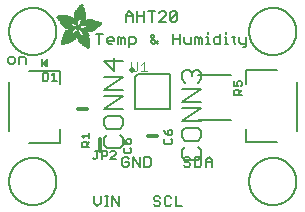
<source format=gbr>
G04 EAGLE Gerber RS-274X export*
G75*
%MOMM*%
%FSLAX34Y34*%
%LPD*%
%INSilkscreen Top*%
%IPPOS*%
%AMOC8*
5,1,8,0,0,1.08239X$1,22.5*%
G01*
%ADD10C,0.152400*%
%ADD11C,0.127000*%
%ADD12C,0.304800*%
%ADD13C,0.203200*%
%ADD14R,0.050800X0.006300*%
%ADD15R,0.082600X0.006400*%
%ADD16R,0.120600X0.006300*%
%ADD17R,0.139700X0.006400*%
%ADD18R,0.158800X0.006300*%
%ADD19R,0.177800X0.006400*%
%ADD20R,0.196800X0.006300*%
%ADD21R,0.215900X0.006400*%
%ADD22R,0.228600X0.006300*%
%ADD23R,0.241300X0.006400*%
%ADD24R,0.254000X0.006300*%
%ADD25R,0.266700X0.006400*%
%ADD26R,0.279400X0.006300*%
%ADD27R,0.285700X0.006400*%
%ADD28R,0.298400X0.006300*%
%ADD29R,0.311200X0.006400*%
%ADD30R,0.317500X0.006300*%
%ADD31R,0.330200X0.006400*%
%ADD32R,0.336600X0.006300*%
%ADD33R,0.349200X0.006400*%
%ADD34R,0.361900X0.006300*%
%ADD35R,0.368300X0.006400*%
%ADD36R,0.381000X0.006300*%
%ADD37R,0.387300X0.006400*%
%ADD38R,0.393700X0.006300*%
%ADD39R,0.406400X0.006400*%
%ADD40R,0.412700X0.006300*%
%ADD41R,0.419100X0.006400*%
%ADD42R,0.431800X0.006300*%
%ADD43R,0.438100X0.006400*%
%ADD44R,0.450800X0.006300*%
%ADD45R,0.457200X0.006400*%
%ADD46R,0.463500X0.006300*%
%ADD47R,0.476200X0.006400*%
%ADD48R,0.482600X0.006300*%
%ADD49R,0.488900X0.006400*%
%ADD50R,0.501600X0.006300*%
%ADD51R,0.508000X0.006400*%
%ADD52R,0.514300X0.006300*%
%ADD53R,0.527000X0.006400*%
%ADD54R,0.533400X0.006300*%
%ADD55R,0.546100X0.006400*%
%ADD56R,0.552400X0.006300*%
%ADD57R,0.558800X0.006400*%
%ADD58R,0.571500X0.006300*%
%ADD59R,0.577800X0.006400*%
%ADD60R,0.584200X0.006300*%
%ADD61R,0.596900X0.006400*%
%ADD62R,0.603200X0.006300*%
%ADD63R,0.609600X0.006400*%
%ADD64R,0.622300X0.006300*%
%ADD65R,0.628600X0.006400*%
%ADD66R,0.641300X0.006300*%
%ADD67R,0.647700X0.006400*%
%ADD68R,0.063500X0.006300*%
%ADD69R,0.654000X0.006300*%
%ADD70R,0.101600X0.006400*%
%ADD71R,0.666700X0.006400*%
%ADD72R,0.139700X0.006300*%
%ADD73R,0.673100X0.006300*%
%ADD74R,0.165100X0.006400*%
%ADD75R,0.679400X0.006400*%
%ADD76R,0.196900X0.006300*%
%ADD77R,0.692100X0.006300*%
%ADD78R,0.222200X0.006400*%
%ADD79R,0.698500X0.006400*%
%ADD80R,0.247700X0.006300*%
%ADD81R,0.704800X0.006300*%
%ADD82R,0.279400X0.006400*%
%ADD83R,0.717500X0.006400*%
%ADD84R,0.298500X0.006300*%
%ADD85R,0.723900X0.006300*%
%ADD86R,0.736600X0.006400*%
%ADD87R,0.342900X0.006300*%
%ADD88R,0.742900X0.006300*%
%ADD89R,0.374700X0.006400*%
%ADD90R,0.749300X0.006400*%
%ADD91R,0.762000X0.006300*%
%ADD92R,0.412700X0.006400*%
%ADD93R,0.768300X0.006400*%
%ADD94R,0.438100X0.006300*%
%ADD95R,0.774700X0.006300*%
%ADD96R,0.463600X0.006400*%
%ADD97R,0.787400X0.006400*%
%ADD98R,0.793700X0.006300*%
%ADD99R,0.495300X0.006400*%
%ADD100R,0.800100X0.006400*%
%ADD101R,0.520700X0.006300*%
%ADD102R,0.812800X0.006300*%
%ADD103R,0.533400X0.006400*%
%ADD104R,0.819100X0.006400*%
%ADD105R,0.558800X0.006300*%
%ADD106R,0.825500X0.006300*%
%ADD107R,0.577900X0.006400*%
%ADD108R,0.831800X0.006400*%
%ADD109R,0.596900X0.006300*%
%ADD110R,0.844500X0.006300*%
%ADD111R,0.616000X0.006400*%
%ADD112R,0.850900X0.006400*%
%ADD113R,0.635000X0.006300*%
%ADD114R,0.857200X0.006300*%
%ADD115R,0.654100X0.006400*%
%ADD116R,0.863600X0.006400*%
%ADD117R,0.666700X0.006300*%
%ADD118R,0.869900X0.006300*%
%ADD119R,0.685800X0.006400*%
%ADD120R,0.876300X0.006400*%
%ADD121R,0.882600X0.006300*%
%ADD122R,0.723900X0.006400*%
%ADD123R,0.889000X0.006400*%
%ADD124R,0.895300X0.006300*%
%ADD125R,0.755700X0.006400*%
%ADD126R,0.901700X0.006400*%
%ADD127R,0.908000X0.006300*%
%ADD128R,0.793800X0.006400*%
%ADD129R,0.914400X0.006400*%
%ADD130R,0.806400X0.006300*%
%ADD131R,0.920700X0.006300*%
%ADD132R,0.825500X0.006400*%
%ADD133R,0.927100X0.006400*%
%ADD134R,0.933400X0.006300*%
%ADD135R,0.857300X0.006400*%
%ADD136R,0.939800X0.006400*%
%ADD137R,0.870000X0.006300*%
%ADD138R,0.939800X0.006300*%
%ADD139R,0.946100X0.006400*%
%ADD140R,0.952500X0.006300*%
%ADD141R,0.908000X0.006400*%
%ADD142R,0.958800X0.006400*%
%ADD143R,0.965200X0.006300*%
%ADD144R,0.965200X0.006400*%
%ADD145R,0.971500X0.006300*%
%ADD146R,0.952500X0.006400*%
%ADD147R,0.977900X0.006400*%
%ADD148R,0.958800X0.006300*%
%ADD149R,0.984200X0.006300*%
%ADD150R,0.971500X0.006400*%
%ADD151R,0.984200X0.006400*%
%ADD152R,0.990600X0.006300*%
%ADD153R,0.984300X0.006400*%
%ADD154R,0.996900X0.006400*%
%ADD155R,0.997000X0.006300*%
%ADD156R,0.996900X0.006300*%
%ADD157R,1.003300X0.006400*%
%ADD158R,1.016000X0.006300*%
%ADD159R,1.009600X0.006300*%
%ADD160R,1.016000X0.006400*%
%ADD161R,1.009600X0.006400*%
%ADD162R,1.022300X0.006300*%
%ADD163R,1.028700X0.006400*%
%ADD164R,1.035100X0.006300*%
%ADD165R,1.047800X0.006400*%
%ADD166R,1.054100X0.006300*%
%ADD167R,1.028700X0.006300*%
%ADD168R,1.054100X0.006400*%
%ADD169R,1.035000X0.006400*%
%ADD170R,1.060400X0.006300*%
%ADD171R,1.035000X0.006300*%
%ADD172R,1.060500X0.006400*%
%ADD173R,1.041400X0.006400*%
%ADD174R,1.066800X0.006300*%
%ADD175R,1.041400X0.006300*%
%ADD176R,1.079500X0.006400*%
%ADD177R,1.047700X0.006400*%
%ADD178R,1.085900X0.006300*%
%ADD179R,1.047700X0.006300*%
%ADD180R,1.085800X0.006400*%
%ADD181R,1.092200X0.006300*%
%ADD182R,1.085900X0.006400*%
%ADD183R,1.098600X0.006300*%
%ADD184R,1.098600X0.006400*%
%ADD185R,1.060400X0.006400*%
%ADD186R,1.104900X0.006300*%
%ADD187R,1.104900X0.006400*%
%ADD188R,1.066800X0.006400*%
%ADD189R,1.111200X0.006300*%
%ADD190R,1.117600X0.006400*%
%ADD191R,1.117600X0.006300*%
%ADD192R,1.073100X0.006300*%
%ADD193R,1.073100X0.006400*%
%ADD194R,1.124000X0.006300*%
%ADD195R,1.079500X0.006300*%
%ADD196R,1.123900X0.006400*%
%ADD197R,1.130300X0.006300*%
%ADD198R,1.130300X0.006400*%
%ADD199R,1.136700X0.006400*%
%ADD200R,1.136700X0.006300*%
%ADD201R,1.085800X0.006300*%
%ADD202R,1.136600X0.006400*%
%ADD203R,1.136600X0.006300*%
%ADD204R,1.143000X0.006400*%
%ADD205R,1.143000X0.006300*%
%ADD206R,1.149400X0.006300*%
%ADD207R,1.149300X0.006300*%
%ADD208R,1.149300X0.006400*%
%ADD209R,1.149400X0.006400*%
%ADD210R,1.155700X0.006400*%
%ADD211R,1.155700X0.006300*%
%ADD212R,1.060500X0.006300*%
%ADD213R,2.197100X0.006400*%
%ADD214R,2.197100X0.006300*%
%ADD215R,2.184400X0.006300*%
%ADD216R,2.184400X0.006400*%
%ADD217R,2.171700X0.006400*%
%ADD218R,2.171700X0.006300*%
%ADD219R,1.530300X0.006400*%
%ADD220R,1.505000X0.006300*%
%ADD221R,1.492300X0.006400*%
%ADD222R,1.485900X0.006300*%
%ADD223R,0.565200X0.006300*%
%ADD224R,1.473200X0.006400*%
%ADD225R,0.565200X0.006400*%
%ADD226R,1.460500X0.006300*%
%ADD227R,1.454100X0.006400*%
%ADD228R,0.552400X0.006400*%
%ADD229R,1.441500X0.006300*%
%ADD230R,0.546100X0.006300*%
%ADD231R,1.435100X0.006400*%
%ADD232R,0.539800X0.006400*%
%ADD233R,1.428800X0.006300*%
%ADD234R,1.422400X0.006400*%
%ADD235R,1.409700X0.006300*%
%ADD236R,0.527100X0.006300*%
%ADD237R,1.403300X0.006400*%
%ADD238R,0.527100X0.006400*%
%ADD239R,1.390700X0.006300*%
%ADD240R,1.384300X0.006400*%
%ADD241R,0.520700X0.006400*%
%ADD242R,1.384300X0.006300*%
%ADD243R,0.514400X0.006300*%
%ADD244R,1.371600X0.006400*%
%ADD245R,1.365200X0.006300*%
%ADD246R,0.508000X0.006300*%
%ADD247R,1.352600X0.006400*%
%ADD248R,0.501700X0.006400*%
%ADD249R,0.711200X0.006300*%
%ADD250R,0.603300X0.006300*%
%ADD251R,0.501700X0.006300*%
%ADD252R,0.692100X0.006400*%
%ADD253R,0.571500X0.006400*%
%ADD254R,0.679400X0.006300*%
%ADD255R,0.495300X0.006300*%
%ADD256R,0.673100X0.006400*%
%ADD257R,0.666800X0.006300*%
%ADD258R,0.488900X0.006300*%
%ADD259R,0.660400X0.006400*%
%ADD260R,0.482600X0.006400*%
%ADD261R,0.476200X0.006300*%
%ADD262R,0.654000X0.006400*%
%ADD263R,0.469900X0.006400*%
%ADD264R,0.476300X0.006400*%
%ADD265R,0.647700X0.006300*%
%ADD266R,0.457200X0.006300*%
%ADD267R,0.469900X0.006300*%
%ADD268R,0.641300X0.006400*%
%ADD269R,0.444500X0.006400*%
%ADD270R,0.463600X0.006300*%
%ADD271R,0.635000X0.006400*%
%ADD272R,0.463500X0.006400*%
%ADD273R,0.393700X0.006400*%
%ADD274R,0.450800X0.006400*%
%ADD275R,0.628600X0.006300*%
%ADD276R,0.387400X0.006300*%
%ADD277R,0.450900X0.006300*%
%ADD278R,0.628700X0.006400*%
%ADD279R,0.374600X0.006400*%
%ADD280R,0.368300X0.006300*%
%ADD281R,0.438200X0.006300*%
%ADD282R,0.622300X0.006400*%
%ADD283R,0.355600X0.006400*%
%ADD284R,0.431800X0.006400*%
%ADD285R,0.349300X0.006300*%
%ADD286R,0.425400X0.006300*%
%ADD287R,0.615900X0.006300*%
%ADD288R,0.330200X0.006300*%
%ADD289R,0.419100X0.006300*%
%ADD290R,0.616000X0.006300*%
%ADD291R,0.311200X0.006300*%
%ADD292R,0.406400X0.006300*%
%ADD293R,0.615900X0.006400*%
%ADD294R,0.304800X0.006400*%
%ADD295R,0.158800X0.006400*%
%ADD296R,0.609600X0.006300*%
%ADD297R,0.292100X0.006300*%
%ADD298R,0.235000X0.006300*%
%ADD299R,0.387400X0.006400*%
%ADD300R,0.292100X0.006400*%
%ADD301R,0.336500X0.006300*%
%ADD302R,0.260400X0.006300*%
%ADD303R,0.603300X0.006400*%
%ADD304R,0.260400X0.006400*%
%ADD305R,0.362000X0.006400*%
%ADD306R,0.450900X0.006400*%
%ADD307R,0.355600X0.006300*%
%ADD308R,0.342900X0.006400*%
%ADD309R,0.514300X0.006400*%
%ADD310R,0.234900X0.006300*%
%ADD311R,0.539700X0.006300*%
%ADD312R,0.603200X0.006400*%
%ADD313R,0.234900X0.006400*%
%ADD314R,0.920700X0.006400*%
%ADD315R,0.958900X0.006400*%
%ADD316R,0.215900X0.006300*%
%ADD317R,0.209600X0.006400*%
%ADD318R,0.203200X0.006300*%
%ADD319R,1.003300X0.006300*%
%ADD320R,0.203200X0.006400*%
%ADD321R,0.196900X0.006400*%
%ADD322R,0.190500X0.006300*%
%ADD323R,0.190500X0.006400*%
%ADD324R,0.184200X0.006300*%
%ADD325R,0.590500X0.006400*%
%ADD326R,0.184200X0.006400*%
%ADD327R,0.590500X0.006300*%
%ADD328R,0.177800X0.006300*%
%ADD329R,0.584200X0.006400*%
%ADD330R,1.168400X0.006400*%
%ADD331R,0.171500X0.006300*%
%ADD332R,1.187500X0.006300*%
%ADD333R,1.200100X0.006400*%
%ADD334R,0.577800X0.006300*%
%ADD335R,1.212900X0.006300*%
%ADD336R,1.231900X0.006400*%
%ADD337R,1.250900X0.006300*%
%ADD338R,0.565100X0.006400*%
%ADD339R,0.184100X0.006400*%
%ADD340R,1.263700X0.006400*%
%ADD341R,0.565100X0.006300*%
%ADD342R,1.289100X0.006300*%
%ADD343R,1.314400X0.006400*%
%ADD344R,0.552500X0.006300*%
%ADD345R,1.568500X0.006300*%
%ADD346R,0.552500X0.006400*%
%ADD347R,1.581200X0.006400*%
%ADD348R,1.593800X0.006300*%
%ADD349R,1.606500X0.006400*%
%ADD350R,1.619300X0.006300*%
%ADD351R,0.514400X0.006400*%
%ADD352R,1.638300X0.006400*%
%ADD353R,1.657300X0.006300*%
%ADD354R,2.209800X0.006400*%
%ADD355R,2.425700X0.006300*%
%ADD356R,2.470100X0.006400*%
%ADD357R,2.501900X0.006300*%
%ADD358R,2.533700X0.006400*%
%ADD359R,2.559000X0.006300*%
%ADD360R,2.584500X0.006400*%
%ADD361R,2.609900X0.006300*%
%ADD362R,2.628900X0.006400*%
%ADD363R,2.660600X0.006300*%
%ADD364R,2.673400X0.006400*%
%ADD365R,1.422400X0.006300*%
%ADD366R,1.200200X0.006300*%
%ADD367R,1.365300X0.006300*%
%ADD368R,1.365300X0.006400*%
%ADD369R,1.352500X0.006300*%
%ADD370R,1.098500X0.006300*%
%ADD371R,1.358900X0.006400*%
%ADD372R,1.352600X0.006300*%
%ADD373R,1.358900X0.006300*%
%ADD374R,1.371600X0.006300*%
%ADD375R,1.377900X0.006400*%
%ADD376R,1.397000X0.006400*%
%ADD377R,1.403300X0.006300*%
%ADD378R,0.914400X0.006300*%
%ADD379R,0.876300X0.006300*%
%ADD380R,0.374600X0.006300*%
%ADD381R,1.073200X0.006400*%
%ADD382R,0.374700X0.006300*%
%ADD383R,0.844600X0.006400*%
%ADD384R,0.844600X0.006300*%
%ADD385R,0.831900X0.006400*%
%ADD386R,1.092200X0.006400*%
%ADD387R,0.400000X0.006300*%
%ADD388R,0.819200X0.006400*%
%ADD389R,1.111300X0.006400*%
%ADD390R,0.812800X0.006400*%
%ADD391R,0.800100X0.006300*%
%ADD392R,0.476300X0.006300*%
%ADD393R,1.181100X0.006300*%
%ADD394R,0.501600X0.006400*%
%ADD395R,1.193800X0.006400*%
%ADD396R,0.781000X0.006400*%
%ADD397R,1.238200X0.006400*%
%ADD398R,0.781100X0.006300*%
%ADD399R,1.257300X0.006300*%
%ADD400R,1.295400X0.006400*%
%ADD401R,1.333500X0.006300*%
%ADD402R,0.774700X0.006400*%
%ADD403R,1.866900X0.006400*%
%ADD404R,0.209600X0.006300*%
%ADD405R,1.866900X0.006300*%
%ADD406R,0.768400X0.006400*%
%ADD407R,0.209500X0.006400*%
%ADD408R,1.860600X0.006400*%
%ADD409R,0.762000X0.006400*%
%ADD410R,0.768400X0.006300*%
%ADD411R,1.860600X0.006300*%
%ADD412R,1.860500X0.006400*%
%ADD413R,0.222300X0.006300*%
%ADD414R,1.854200X0.006300*%
%ADD415R,0.235000X0.006400*%
%ADD416R,1.854200X0.006400*%
%ADD417R,0.768300X0.006300*%
%ADD418R,0.260300X0.006400*%
%ADD419R,1.847800X0.006400*%
%ADD420R,0.266700X0.006300*%
%ADD421R,1.847800X0.006300*%
%ADD422R,0.273100X0.006400*%
%ADD423R,1.841500X0.006400*%
%ADD424R,0.285800X0.006300*%
%ADD425R,1.841500X0.006300*%
%ADD426R,0.298500X0.006400*%
%ADD427R,1.835100X0.006400*%
%ADD428R,0.781000X0.006300*%
%ADD429R,0.304800X0.006300*%
%ADD430R,1.835100X0.006300*%
%ADD431R,0.317500X0.006400*%
%ADD432R,1.828800X0.006400*%
%ADD433R,0.787400X0.006300*%
%ADD434R,0.323800X0.006300*%
%ADD435R,1.828800X0.006300*%
%ADD436R,0.793700X0.006400*%
%ADD437R,1.822400X0.006400*%
%ADD438R,0.806500X0.006300*%
%ADD439R,1.822400X0.006300*%
%ADD440R,1.816100X0.006400*%
%ADD441R,0.819100X0.006300*%
%ADD442R,0.387300X0.006300*%
%ADD443R,1.816100X0.006300*%
%ADD444R,1.809800X0.006400*%
%ADD445R,1.803400X0.006300*%
%ADD446R,1.797000X0.006400*%
%ADD447R,0.901700X0.006300*%
%ADD448R,1.797000X0.006300*%
%ADD449R,1.441400X0.006400*%
%ADD450R,1.790700X0.006400*%
%ADD451R,1.447800X0.006300*%
%ADD452R,1.784300X0.006300*%
%ADD453R,1.447800X0.006400*%
%ADD454R,1.784300X0.006400*%
%ADD455R,1.454100X0.006300*%
%ADD456R,1.771700X0.006300*%
%ADD457R,1.460500X0.006400*%
%ADD458R,1.759000X0.006400*%
%ADD459R,1.466800X0.006300*%
%ADD460R,1.752600X0.006300*%
%ADD461R,1.466800X0.006400*%
%ADD462R,1.739900X0.006400*%
%ADD463R,1.473200X0.006300*%
%ADD464R,1.727200X0.006300*%
%ADD465R,1.479500X0.006400*%
%ADD466R,1.714500X0.006400*%
%ADD467R,1.695400X0.006300*%
%ADD468R,1.485900X0.006400*%
%ADD469R,1.682700X0.006400*%
%ADD470R,1.492200X0.006300*%
%ADD471R,1.663700X0.006300*%
%ADD472R,1.498600X0.006400*%
%ADD473R,1.644600X0.006400*%
%ADD474R,1.498600X0.006300*%
%ADD475R,1.619200X0.006300*%
%ADD476R,1.511300X0.006400*%
%ADD477R,1.600200X0.006400*%
%ADD478R,1.517700X0.006300*%
%ADD479R,1.574800X0.006300*%
%ADD480R,1.524000X0.006400*%
%ADD481R,1.555800X0.006400*%
%ADD482R,1.524000X0.006300*%
%ADD483R,1.536700X0.006300*%
%ADD484R,1.530400X0.006400*%
%ADD485R,1.517700X0.006400*%
%ADD486R,1.492300X0.006300*%
%ADD487R,1.549400X0.006400*%
%ADD488R,1.479600X0.006400*%
%ADD489R,1.549400X0.006300*%
%ADD490R,1.555700X0.006400*%
%ADD491R,1.562100X0.006300*%
%ADD492R,0.323900X0.006300*%
%ADD493R,1.568400X0.006400*%
%ADD494R,0.336600X0.006400*%
%ADD495R,1.587500X0.006300*%
%ADD496R,0.971600X0.006300*%
%ADD497R,0.349300X0.006400*%
%ADD498R,1.600200X0.006300*%
%ADD499R,0.920800X0.006300*%
%ADD500R,0.882700X0.006400*%
%ADD501R,1.612900X0.006300*%
%ADD502R,0.362000X0.006300*%
%ADD503R,1.625600X0.006400*%
%ADD504R,1.625600X0.006300*%
%ADD505R,1.644600X0.006300*%
%ADD506R,0.736600X0.006300*%
%ADD507R,0.717600X0.006400*%
%ADD508R,1.657400X0.006300*%
%ADD509R,0.679500X0.006300*%
%ADD510R,1.663700X0.006400*%
%ADD511R,0.400000X0.006400*%
%ADD512R,1.676400X0.006300*%
%ADD513R,1.676400X0.006400*%
%ADD514R,0.425500X0.006400*%
%ADD515R,1.352500X0.006400*%
%ADD516R,0.444500X0.006300*%
%ADD517R,0.361900X0.006400*%
%ADD518R,0.088900X0.006300*%
%ADD519R,1.009700X0.006300*%
%ADD520R,1.009700X0.006400*%
%ADD521R,1.022300X0.006400*%
%ADD522R,1.346200X0.006400*%
%ADD523R,1.346200X0.006300*%
%ADD524R,1.339900X0.006400*%
%ADD525R,1.035100X0.006400*%
%ADD526R,1.339800X0.006300*%
%ADD527R,1.333500X0.006400*%
%ADD528R,1.327200X0.006400*%
%ADD529R,1.320800X0.006300*%
%ADD530R,1.314500X0.006400*%
%ADD531R,1.314400X0.006300*%
%ADD532R,1.301700X0.006400*%
%ADD533R,1.295400X0.006300*%
%ADD534R,1.289000X0.006400*%
%ADD535R,1.276300X0.006300*%
%ADD536R,1.251000X0.006300*%
%ADD537R,1.244600X0.006400*%
%ADD538R,1.231900X0.006300*%
%ADD539R,1.212800X0.006400*%
%ADD540R,1.200100X0.006300*%
%ADD541R,1.187400X0.006400*%
%ADD542R,1.168400X0.006300*%
%ADD543R,1.047800X0.006300*%
%ADD544R,0.977900X0.006300*%
%ADD545R,0.946200X0.006400*%
%ADD546R,0.933400X0.006400*%
%ADD547R,0.895300X0.006400*%
%ADD548R,0.882700X0.006300*%
%ADD549R,0.863600X0.006300*%
%ADD550R,0.857200X0.006400*%
%ADD551R,0.850900X0.006300*%
%ADD552R,0.838200X0.006300*%
%ADD553R,0.806500X0.006400*%
%ADD554R,0.717600X0.006300*%
%ADD555R,0.711200X0.006400*%
%ADD556R,0.641400X0.006400*%
%ADD557R,0.641400X0.006300*%
%ADD558R,0.628700X0.006300*%
%ADD559R,0.590600X0.006300*%
%ADD560R,0.539700X0.006400*%
%ADD561R,0.285700X0.006300*%
%ADD562R,0.222200X0.006300*%
%ADD563R,0.171400X0.006300*%
%ADD564R,0.152400X0.006400*%
%ADD565R,0.133400X0.006300*%
%ADD566R,0.127000X0.762000*%
%ADD567C,0.508000*%
%ADD568C,0.101600*%

G36*
X37348Y122433D02*
X37348Y122433D01*
X37377Y122430D01*
X37469Y122450D01*
X37562Y122463D01*
X37589Y122476D01*
X37618Y122482D01*
X37698Y122530D01*
X37782Y122572D01*
X37803Y122593D01*
X37829Y122608D01*
X37890Y122680D01*
X37956Y122746D01*
X37969Y122772D01*
X37989Y122795D01*
X38024Y122882D01*
X38066Y122966D01*
X38070Y122996D01*
X38081Y123023D01*
X38099Y123190D01*
X38099Y128270D01*
X38094Y128299D01*
X38097Y128329D01*
X38075Y128420D01*
X38060Y128513D01*
X38046Y128539D01*
X38039Y128568D01*
X37988Y128647D01*
X37944Y128730D01*
X37923Y128751D01*
X37907Y128776D01*
X37834Y128835D01*
X37766Y128900D01*
X37739Y128912D01*
X37716Y128931D01*
X37628Y128964D01*
X37543Y129003D01*
X37513Y129006D01*
X37486Y129017D01*
X37392Y129020D01*
X37299Y129030D01*
X37269Y129024D01*
X37240Y129025D01*
X37150Y128998D01*
X37058Y128978D01*
X37033Y128963D01*
X37004Y128954D01*
X36862Y128864D01*
X33687Y126324D01*
X33618Y126247D01*
X33545Y126174D01*
X33536Y126157D01*
X33523Y126142D01*
X33481Y126046D01*
X33435Y125954D01*
X33433Y125934D01*
X33425Y125916D01*
X33416Y125813D01*
X33402Y125710D01*
X33406Y125691D01*
X33404Y125671D01*
X33429Y125570D01*
X33448Y125468D01*
X33458Y125451D01*
X33462Y125432D01*
X33518Y125345D01*
X33569Y125254D01*
X33586Y125237D01*
X33594Y125224D01*
X33619Y125204D01*
X33687Y125136D01*
X36862Y122596D01*
X36888Y122581D01*
X36910Y122561D01*
X36995Y122521D01*
X37077Y122475D01*
X37106Y122469D01*
X37133Y122457D01*
X37226Y122447D01*
X37318Y122429D01*
X37348Y122433D01*
G37*
D10*
X77188Y13215D02*
X77188Y7453D01*
X80070Y4572D01*
X82951Y7453D01*
X82951Y13215D01*
X86544Y4572D02*
X89425Y4572D01*
X87984Y4572D02*
X87984Y13215D01*
X86544Y13215D02*
X89425Y13215D01*
X92780Y13215D02*
X92780Y4572D01*
X98543Y4572D02*
X92780Y13215D01*
X98543Y13215D02*
X98543Y4572D01*
X106791Y44795D02*
X105351Y46235D01*
X102470Y46235D01*
X101029Y44795D01*
X101029Y39033D01*
X102470Y37592D01*
X105351Y37592D01*
X106791Y39033D01*
X106791Y41914D01*
X103910Y41914D01*
X110384Y46235D02*
X110384Y37592D01*
X116147Y37592D02*
X110384Y46235D01*
X116147Y46235D02*
X116147Y37592D01*
X119740Y37592D02*
X119740Y46235D01*
X119740Y37592D02*
X124061Y37592D01*
X125502Y39033D01*
X125502Y44795D01*
X124061Y46235D01*
X119740Y46235D01*
X132021Y13215D02*
X133461Y11775D01*
X132021Y13215D02*
X129140Y13215D01*
X127699Y11775D01*
X127699Y10334D01*
X129140Y8894D01*
X132021Y8894D01*
X133461Y7453D01*
X133461Y6013D01*
X132021Y4572D01*
X129140Y4572D01*
X127699Y6013D01*
X141376Y13215D02*
X142817Y11775D01*
X141376Y13215D02*
X138495Y13215D01*
X137054Y11775D01*
X137054Y6013D01*
X138495Y4572D01*
X141376Y4572D01*
X142817Y6013D01*
X146410Y4572D02*
X146410Y13215D01*
X146410Y4572D02*
X152172Y4572D01*
X158861Y44795D02*
X157421Y46235D01*
X154540Y46235D01*
X153099Y44795D01*
X153099Y43354D01*
X154540Y41914D01*
X157421Y41914D01*
X158861Y40473D01*
X158861Y39033D01*
X157421Y37592D01*
X154540Y37592D01*
X153099Y39033D01*
X162454Y37592D02*
X162454Y46235D01*
X162454Y37592D02*
X166776Y37592D01*
X168217Y39033D01*
X168217Y44795D01*
X166776Y46235D01*
X162454Y46235D01*
X171810Y43354D02*
X171810Y37592D01*
X171810Y43354D02*
X174691Y46235D01*
X177572Y43354D01*
X177572Y37592D01*
X177572Y41914D02*
X171810Y41914D01*
X104374Y160782D02*
X104374Y166544D01*
X107255Y169425D01*
X110136Y166544D01*
X110136Y160782D01*
X110136Y165104D02*
X104374Y165104D01*
X113729Y169425D02*
X113729Y160782D01*
X113729Y165104D02*
X119491Y165104D01*
X119491Y169425D02*
X119491Y160782D01*
X125966Y160782D02*
X125966Y169425D01*
X128847Y169425D02*
X123084Y169425D01*
X132440Y160782D02*
X138202Y160782D01*
X132440Y160782D02*
X138202Y166544D01*
X138202Y167985D01*
X136761Y169425D01*
X133880Y169425D01*
X132440Y167985D01*
X141795Y167985D02*
X141795Y162223D01*
X141795Y167985D02*
X143235Y169425D01*
X146116Y169425D01*
X147557Y167985D01*
X147557Y162223D01*
X146116Y160782D01*
X143235Y160782D01*
X141795Y162223D01*
X147557Y167985D01*
X81667Y150375D02*
X81667Y141732D01*
X78786Y150375D02*
X84548Y150375D01*
X89581Y141732D02*
X92463Y141732D01*
X89581Y141732D02*
X88141Y143173D01*
X88141Y146054D01*
X89581Y147494D01*
X92463Y147494D01*
X93903Y146054D01*
X93903Y144613D01*
X88141Y144613D01*
X97496Y141732D02*
X97496Y147494D01*
X98937Y147494D01*
X100377Y146054D01*
X100377Y141732D01*
X100377Y146054D02*
X101818Y147494D01*
X103258Y146054D01*
X103258Y141732D01*
X106851Y138851D02*
X106851Y147494D01*
X111173Y147494D01*
X112613Y146054D01*
X112613Y143173D01*
X111173Y141732D01*
X106851Y141732D01*
X128443Y141732D02*
X131324Y144613D01*
X128443Y141732D02*
X127002Y141732D01*
X125562Y143173D01*
X125562Y144613D01*
X128443Y147494D01*
X128443Y148935D01*
X127002Y150375D01*
X125562Y148935D01*
X125562Y147494D01*
X131324Y141732D01*
X144272Y141732D02*
X144272Y150375D01*
X144272Y146054D02*
X150034Y146054D01*
X150034Y150375D02*
X150034Y141732D01*
X153627Y143173D02*
X153627Y147494D01*
X153627Y143173D02*
X155068Y141732D01*
X159389Y141732D01*
X159389Y147494D01*
X162982Y147494D02*
X162982Y141732D01*
X162982Y147494D02*
X164423Y147494D01*
X165863Y146054D01*
X165863Y141732D01*
X165863Y146054D02*
X167304Y147494D01*
X168745Y146054D01*
X168745Y141732D01*
X172338Y147494D02*
X173778Y147494D01*
X173778Y141732D01*
X172338Y141732D02*
X175219Y141732D01*
X173778Y150375D02*
X173778Y151816D01*
X184337Y150375D02*
X184337Y141732D01*
X180015Y141732D01*
X178574Y143173D01*
X178574Y146054D01*
X180015Y147494D01*
X184337Y147494D01*
X187930Y147494D02*
X189370Y147494D01*
X189370Y141732D01*
X187930Y141732D02*
X190811Y141732D01*
X189370Y150375D02*
X189370Y151816D01*
X195607Y148935D02*
X195607Y143173D01*
X197047Y141732D01*
X197047Y147494D02*
X194166Y147494D01*
X200403Y147494D02*
X200403Y143173D01*
X201844Y141732D01*
X206165Y141732D01*
X206165Y140291D02*
X206165Y147494D01*
X206165Y140291D02*
X204725Y138851D01*
X203284Y138851D01*
D11*
X8894Y125095D02*
X5928Y125095D01*
X8894Y125095D02*
X10377Y126578D01*
X10377Y129544D01*
X8894Y131027D01*
X5928Y131027D01*
X4445Y129544D01*
X4445Y126578D01*
X5928Y125095D01*
X13800Y125095D02*
X13800Y131027D01*
X18249Y131027D01*
X19732Y129544D01*
X19732Y125095D01*
D12*
X82550Y60960D02*
X82550Y50800D01*
D10*
X102356Y52599D02*
X103458Y53700D01*
X102356Y52599D02*
X102356Y50395D01*
X103458Y49294D01*
X107864Y49294D01*
X108966Y50395D01*
X108966Y52599D01*
X107864Y53700D01*
X102356Y56778D02*
X102356Y61184D01*
X102356Y56778D02*
X105661Y56778D01*
X104560Y58981D01*
X104560Y60083D01*
X105661Y61184D01*
X107864Y61184D01*
X108966Y60083D01*
X108966Y57879D01*
X107864Y56778D01*
D12*
X123000Y63500D02*
X131000Y63500D01*
D10*
X136646Y60219D02*
X137748Y61320D01*
X136646Y60219D02*
X136646Y58015D01*
X137748Y56914D01*
X142154Y56914D01*
X143256Y58015D01*
X143256Y60219D01*
X142154Y61320D01*
X137748Y66601D02*
X136646Y68804D01*
X137748Y66601D02*
X139951Y64398D01*
X142154Y64398D01*
X143256Y65499D01*
X143256Y67703D01*
X142154Y68804D01*
X141053Y68804D01*
X139951Y67703D01*
X139951Y64398D01*
D13*
X165070Y77520D02*
X193070Y77520D01*
X193070Y115520D02*
X165070Y115520D01*
D10*
X195826Y98314D02*
X202436Y98314D01*
X195826Y98314D02*
X195826Y101619D01*
X196928Y102720D01*
X199131Y102720D01*
X200233Y101619D01*
X200233Y98314D01*
X200233Y100517D02*
X202436Y102720D01*
X195826Y105798D02*
X195826Y110204D01*
X195826Y105798D02*
X199131Y105798D01*
X198030Y108001D01*
X198030Y109103D01*
X199131Y110204D01*
X201334Y110204D01*
X202436Y109103D01*
X202436Y106899D01*
X201334Y105798D01*
D13*
X5400Y152400D02*
X5406Y152891D01*
X5424Y153381D01*
X5454Y153871D01*
X5496Y154360D01*
X5550Y154848D01*
X5616Y155335D01*
X5694Y155819D01*
X5784Y156302D01*
X5886Y156782D01*
X5999Y157260D01*
X6124Y157734D01*
X6261Y158206D01*
X6409Y158674D01*
X6569Y159138D01*
X6740Y159598D01*
X6922Y160054D01*
X7116Y160505D01*
X7320Y160951D01*
X7536Y161392D01*
X7762Y161828D01*
X7998Y162258D01*
X8245Y162682D01*
X8503Y163100D01*
X8771Y163511D01*
X9048Y163916D01*
X9336Y164314D01*
X9633Y164705D01*
X9940Y165088D01*
X10256Y165463D01*
X10581Y165831D01*
X10915Y166191D01*
X11258Y166542D01*
X11609Y166885D01*
X11969Y167219D01*
X12337Y167544D01*
X12712Y167860D01*
X13095Y168167D01*
X13486Y168464D01*
X13884Y168752D01*
X14289Y169029D01*
X14700Y169297D01*
X15118Y169555D01*
X15542Y169802D01*
X15972Y170038D01*
X16408Y170264D01*
X16849Y170480D01*
X17295Y170684D01*
X17746Y170878D01*
X18202Y171060D01*
X18662Y171231D01*
X19126Y171391D01*
X19594Y171539D01*
X20066Y171676D01*
X20540Y171801D01*
X21018Y171914D01*
X21498Y172016D01*
X21981Y172106D01*
X22465Y172184D01*
X22952Y172250D01*
X23440Y172304D01*
X23929Y172346D01*
X24419Y172376D01*
X24909Y172394D01*
X25400Y172400D01*
X25891Y172394D01*
X26381Y172376D01*
X26871Y172346D01*
X27360Y172304D01*
X27848Y172250D01*
X28335Y172184D01*
X28819Y172106D01*
X29302Y172016D01*
X29782Y171914D01*
X30260Y171801D01*
X30734Y171676D01*
X31206Y171539D01*
X31674Y171391D01*
X32138Y171231D01*
X32598Y171060D01*
X33054Y170878D01*
X33505Y170684D01*
X33951Y170480D01*
X34392Y170264D01*
X34828Y170038D01*
X35258Y169802D01*
X35682Y169555D01*
X36100Y169297D01*
X36511Y169029D01*
X36916Y168752D01*
X37314Y168464D01*
X37705Y168167D01*
X38088Y167860D01*
X38463Y167544D01*
X38831Y167219D01*
X39191Y166885D01*
X39542Y166542D01*
X39885Y166191D01*
X40219Y165831D01*
X40544Y165463D01*
X40860Y165088D01*
X41167Y164705D01*
X41464Y164314D01*
X41752Y163916D01*
X42029Y163511D01*
X42297Y163100D01*
X42555Y162682D01*
X42802Y162258D01*
X43038Y161828D01*
X43264Y161392D01*
X43480Y160951D01*
X43684Y160505D01*
X43878Y160054D01*
X44060Y159598D01*
X44231Y159138D01*
X44391Y158674D01*
X44539Y158206D01*
X44676Y157734D01*
X44801Y157260D01*
X44914Y156782D01*
X45016Y156302D01*
X45106Y155819D01*
X45184Y155335D01*
X45250Y154848D01*
X45304Y154360D01*
X45346Y153871D01*
X45376Y153381D01*
X45394Y152891D01*
X45400Y152400D01*
X45394Y151909D01*
X45376Y151419D01*
X45346Y150929D01*
X45304Y150440D01*
X45250Y149952D01*
X45184Y149465D01*
X45106Y148981D01*
X45016Y148498D01*
X44914Y148018D01*
X44801Y147540D01*
X44676Y147066D01*
X44539Y146594D01*
X44391Y146126D01*
X44231Y145662D01*
X44060Y145202D01*
X43878Y144746D01*
X43684Y144295D01*
X43480Y143849D01*
X43264Y143408D01*
X43038Y142972D01*
X42802Y142542D01*
X42555Y142118D01*
X42297Y141700D01*
X42029Y141289D01*
X41752Y140884D01*
X41464Y140486D01*
X41167Y140095D01*
X40860Y139712D01*
X40544Y139337D01*
X40219Y138969D01*
X39885Y138609D01*
X39542Y138258D01*
X39191Y137915D01*
X38831Y137581D01*
X38463Y137256D01*
X38088Y136940D01*
X37705Y136633D01*
X37314Y136336D01*
X36916Y136048D01*
X36511Y135771D01*
X36100Y135503D01*
X35682Y135245D01*
X35258Y134998D01*
X34828Y134762D01*
X34392Y134536D01*
X33951Y134320D01*
X33505Y134116D01*
X33054Y133922D01*
X32598Y133740D01*
X32138Y133569D01*
X31674Y133409D01*
X31206Y133261D01*
X30734Y133124D01*
X30260Y132999D01*
X29782Y132886D01*
X29302Y132784D01*
X28819Y132694D01*
X28335Y132616D01*
X27848Y132550D01*
X27360Y132496D01*
X26871Y132454D01*
X26381Y132424D01*
X25891Y132406D01*
X25400Y132400D01*
X24909Y132406D01*
X24419Y132424D01*
X23929Y132454D01*
X23440Y132496D01*
X22952Y132550D01*
X22465Y132616D01*
X21981Y132694D01*
X21498Y132784D01*
X21018Y132886D01*
X20540Y132999D01*
X20066Y133124D01*
X19594Y133261D01*
X19126Y133409D01*
X18662Y133569D01*
X18202Y133740D01*
X17746Y133922D01*
X17295Y134116D01*
X16849Y134320D01*
X16408Y134536D01*
X15972Y134762D01*
X15542Y134998D01*
X15118Y135245D01*
X14700Y135503D01*
X14289Y135771D01*
X13884Y136048D01*
X13486Y136336D01*
X13095Y136633D01*
X12712Y136940D01*
X12337Y137256D01*
X11969Y137581D01*
X11609Y137915D01*
X11258Y138258D01*
X10915Y138609D01*
X10581Y138969D01*
X10256Y139337D01*
X9940Y139712D01*
X9633Y140095D01*
X9336Y140486D01*
X9048Y140884D01*
X8771Y141289D01*
X8503Y141700D01*
X8245Y142118D01*
X7998Y142542D01*
X7762Y142972D01*
X7536Y143408D01*
X7320Y143849D01*
X7116Y144295D01*
X6922Y144746D01*
X6740Y145202D01*
X6569Y145662D01*
X6409Y146126D01*
X6261Y146594D01*
X6124Y147066D01*
X5999Y147540D01*
X5886Y148018D01*
X5784Y148498D01*
X5694Y148981D01*
X5616Y149465D01*
X5550Y149952D01*
X5496Y150440D01*
X5454Y150929D01*
X5424Y151419D01*
X5406Y151909D01*
X5400Y152400D01*
X208600Y152400D02*
X208606Y152891D01*
X208624Y153381D01*
X208654Y153871D01*
X208696Y154360D01*
X208750Y154848D01*
X208816Y155335D01*
X208894Y155819D01*
X208984Y156302D01*
X209086Y156782D01*
X209199Y157260D01*
X209324Y157734D01*
X209461Y158206D01*
X209609Y158674D01*
X209769Y159138D01*
X209940Y159598D01*
X210122Y160054D01*
X210316Y160505D01*
X210520Y160951D01*
X210736Y161392D01*
X210962Y161828D01*
X211198Y162258D01*
X211445Y162682D01*
X211703Y163100D01*
X211971Y163511D01*
X212248Y163916D01*
X212536Y164314D01*
X212833Y164705D01*
X213140Y165088D01*
X213456Y165463D01*
X213781Y165831D01*
X214115Y166191D01*
X214458Y166542D01*
X214809Y166885D01*
X215169Y167219D01*
X215537Y167544D01*
X215912Y167860D01*
X216295Y168167D01*
X216686Y168464D01*
X217084Y168752D01*
X217489Y169029D01*
X217900Y169297D01*
X218318Y169555D01*
X218742Y169802D01*
X219172Y170038D01*
X219608Y170264D01*
X220049Y170480D01*
X220495Y170684D01*
X220946Y170878D01*
X221402Y171060D01*
X221862Y171231D01*
X222326Y171391D01*
X222794Y171539D01*
X223266Y171676D01*
X223740Y171801D01*
X224218Y171914D01*
X224698Y172016D01*
X225181Y172106D01*
X225665Y172184D01*
X226152Y172250D01*
X226640Y172304D01*
X227129Y172346D01*
X227619Y172376D01*
X228109Y172394D01*
X228600Y172400D01*
X229091Y172394D01*
X229581Y172376D01*
X230071Y172346D01*
X230560Y172304D01*
X231048Y172250D01*
X231535Y172184D01*
X232019Y172106D01*
X232502Y172016D01*
X232982Y171914D01*
X233460Y171801D01*
X233934Y171676D01*
X234406Y171539D01*
X234874Y171391D01*
X235338Y171231D01*
X235798Y171060D01*
X236254Y170878D01*
X236705Y170684D01*
X237151Y170480D01*
X237592Y170264D01*
X238028Y170038D01*
X238458Y169802D01*
X238882Y169555D01*
X239300Y169297D01*
X239711Y169029D01*
X240116Y168752D01*
X240514Y168464D01*
X240905Y168167D01*
X241288Y167860D01*
X241663Y167544D01*
X242031Y167219D01*
X242391Y166885D01*
X242742Y166542D01*
X243085Y166191D01*
X243419Y165831D01*
X243744Y165463D01*
X244060Y165088D01*
X244367Y164705D01*
X244664Y164314D01*
X244952Y163916D01*
X245229Y163511D01*
X245497Y163100D01*
X245755Y162682D01*
X246002Y162258D01*
X246238Y161828D01*
X246464Y161392D01*
X246680Y160951D01*
X246884Y160505D01*
X247078Y160054D01*
X247260Y159598D01*
X247431Y159138D01*
X247591Y158674D01*
X247739Y158206D01*
X247876Y157734D01*
X248001Y157260D01*
X248114Y156782D01*
X248216Y156302D01*
X248306Y155819D01*
X248384Y155335D01*
X248450Y154848D01*
X248504Y154360D01*
X248546Y153871D01*
X248576Y153381D01*
X248594Y152891D01*
X248600Y152400D01*
X248594Y151909D01*
X248576Y151419D01*
X248546Y150929D01*
X248504Y150440D01*
X248450Y149952D01*
X248384Y149465D01*
X248306Y148981D01*
X248216Y148498D01*
X248114Y148018D01*
X248001Y147540D01*
X247876Y147066D01*
X247739Y146594D01*
X247591Y146126D01*
X247431Y145662D01*
X247260Y145202D01*
X247078Y144746D01*
X246884Y144295D01*
X246680Y143849D01*
X246464Y143408D01*
X246238Y142972D01*
X246002Y142542D01*
X245755Y142118D01*
X245497Y141700D01*
X245229Y141289D01*
X244952Y140884D01*
X244664Y140486D01*
X244367Y140095D01*
X244060Y139712D01*
X243744Y139337D01*
X243419Y138969D01*
X243085Y138609D01*
X242742Y138258D01*
X242391Y137915D01*
X242031Y137581D01*
X241663Y137256D01*
X241288Y136940D01*
X240905Y136633D01*
X240514Y136336D01*
X240116Y136048D01*
X239711Y135771D01*
X239300Y135503D01*
X238882Y135245D01*
X238458Y134998D01*
X238028Y134762D01*
X237592Y134536D01*
X237151Y134320D01*
X236705Y134116D01*
X236254Y133922D01*
X235798Y133740D01*
X235338Y133569D01*
X234874Y133409D01*
X234406Y133261D01*
X233934Y133124D01*
X233460Y132999D01*
X232982Y132886D01*
X232502Y132784D01*
X232019Y132694D01*
X231535Y132616D01*
X231048Y132550D01*
X230560Y132496D01*
X230071Y132454D01*
X229581Y132424D01*
X229091Y132406D01*
X228600Y132400D01*
X228109Y132406D01*
X227619Y132424D01*
X227129Y132454D01*
X226640Y132496D01*
X226152Y132550D01*
X225665Y132616D01*
X225181Y132694D01*
X224698Y132784D01*
X224218Y132886D01*
X223740Y132999D01*
X223266Y133124D01*
X222794Y133261D01*
X222326Y133409D01*
X221862Y133569D01*
X221402Y133740D01*
X220946Y133922D01*
X220495Y134116D01*
X220049Y134320D01*
X219608Y134536D01*
X219172Y134762D01*
X218742Y134998D01*
X218318Y135245D01*
X217900Y135503D01*
X217489Y135771D01*
X217084Y136048D01*
X216686Y136336D01*
X216295Y136633D01*
X215912Y136940D01*
X215537Y137256D01*
X215169Y137581D01*
X214809Y137915D01*
X214458Y138258D01*
X214115Y138609D01*
X213781Y138969D01*
X213456Y139337D01*
X213140Y139712D01*
X212833Y140095D01*
X212536Y140486D01*
X212248Y140884D01*
X211971Y141289D01*
X211703Y141700D01*
X211445Y142118D01*
X211198Y142542D01*
X210962Y142972D01*
X210736Y143408D01*
X210520Y143849D01*
X210316Y144295D01*
X210122Y144746D01*
X209940Y145202D01*
X209769Y145662D01*
X209609Y146126D01*
X209461Y146594D01*
X209324Y147066D01*
X209199Y147540D01*
X209086Y148018D01*
X208984Y148498D01*
X208894Y148981D01*
X208816Y149465D01*
X208750Y149952D01*
X208696Y150440D01*
X208654Y150929D01*
X208624Y151419D01*
X208606Y151909D01*
X208600Y152400D01*
D10*
X205825Y58900D02*
X231825Y58900D01*
X205825Y58900D02*
X205825Y69900D01*
X205825Y107900D02*
X205825Y119900D01*
X231825Y119900D01*
X248825Y109900D02*
X248825Y67900D01*
X154645Y54509D02*
X151933Y51797D01*
X151933Y46374D01*
X154645Y43662D01*
X165491Y43662D01*
X168203Y46374D01*
X168203Y51797D01*
X165491Y54509D01*
X151933Y62745D02*
X151933Y68169D01*
X151933Y62745D02*
X154645Y60034D01*
X165491Y60034D01*
X168203Y62745D01*
X168203Y68169D01*
X165491Y70880D01*
X154645Y70880D01*
X151933Y68169D01*
X151933Y76405D02*
X168203Y76405D01*
X168203Y87252D02*
X151933Y76405D01*
X151933Y87252D02*
X168203Y87252D01*
X168203Y92777D02*
X151933Y92777D01*
X168203Y103623D01*
X151933Y103623D01*
X154645Y109148D02*
X151933Y111860D01*
X151933Y117283D01*
X154645Y119995D01*
X157356Y119995D01*
X160068Y117283D01*
X160068Y114572D01*
X160068Y117283D02*
X162780Y119995D01*
X165491Y119995D01*
X168203Y117283D01*
X168203Y111860D01*
X165491Y109148D01*
X48175Y118900D02*
X22175Y118900D01*
X48175Y118900D02*
X48175Y107900D01*
X48175Y69900D02*
X48175Y57900D01*
X22175Y57900D01*
X5175Y67900D02*
X5175Y109900D01*
X85783Y61939D02*
X88495Y64651D01*
X85783Y61939D02*
X85783Y56516D01*
X88495Y53804D01*
X99341Y53804D01*
X102053Y56516D01*
X102053Y61939D01*
X99341Y64651D01*
X85783Y72887D02*
X85783Y78311D01*
X85783Y72887D02*
X88495Y70176D01*
X99341Y70176D01*
X102053Y72887D01*
X102053Y78311D01*
X99341Y81022D01*
X88495Y81022D01*
X85783Y78311D01*
X85783Y86547D02*
X102053Y86547D01*
X102053Y97394D02*
X85783Y86547D01*
X85783Y97394D02*
X102053Y97394D01*
X102053Y102919D02*
X85783Y102919D01*
X102053Y113765D01*
X85783Y113765D01*
X85783Y127425D02*
X102053Y127425D01*
X93918Y119290D02*
X85783Y127425D01*
X93918Y130137D02*
X93918Y119290D01*
D13*
X5400Y25400D02*
X5406Y25891D01*
X5424Y26381D01*
X5454Y26871D01*
X5496Y27360D01*
X5550Y27848D01*
X5616Y28335D01*
X5694Y28819D01*
X5784Y29302D01*
X5886Y29782D01*
X5999Y30260D01*
X6124Y30734D01*
X6261Y31206D01*
X6409Y31674D01*
X6569Y32138D01*
X6740Y32598D01*
X6922Y33054D01*
X7116Y33505D01*
X7320Y33951D01*
X7536Y34392D01*
X7762Y34828D01*
X7998Y35258D01*
X8245Y35682D01*
X8503Y36100D01*
X8771Y36511D01*
X9048Y36916D01*
X9336Y37314D01*
X9633Y37705D01*
X9940Y38088D01*
X10256Y38463D01*
X10581Y38831D01*
X10915Y39191D01*
X11258Y39542D01*
X11609Y39885D01*
X11969Y40219D01*
X12337Y40544D01*
X12712Y40860D01*
X13095Y41167D01*
X13486Y41464D01*
X13884Y41752D01*
X14289Y42029D01*
X14700Y42297D01*
X15118Y42555D01*
X15542Y42802D01*
X15972Y43038D01*
X16408Y43264D01*
X16849Y43480D01*
X17295Y43684D01*
X17746Y43878D01*
X18202Y44060D01*
X18662Y44231D01*
X19126Y44391D01*
X19594Y44539D01*
X20066Y44676D01*
X20540Y44801D01*
X21018Y44914D01*
X21498Y45016D01*
X21981Y45106D01*
X22465Y45184D01*
X22952Y45250D01*
X23440Y45304D01*
X23929Y45346D01*
X24419Y45376D01*
X24909Y45394D01*
X25400Y45400D01*
X25891Y45394D01*
X26381Y45376D01*
X26871Y45346D01*
X27360Y45304D01*
X27848Y45250D01*
X28335Y45184D01*
X28819Y45106D01*
X29302Y45016D01*
X29782Y44914D01*
X30260Y44801D01*
X30734Y44676D01*
X31206Y44539D01*
X31674Y44391D01*
X32138Y44231D01*
X32598Y44060D01*
X33054Y43878D01*
X33505Y43684D01*
X33951Y43480D01*
X34392Y43264D01*
X34828Y43038D01*
X35258Y42802D01*
X35682Y42555D01*
X36100Y42297D01*
X36511Y42029D01*
X36916Y41752D01*
X37314Y41464D01*
X37705Y41167D01*
X38088Y40860D01*
X38463Y40544D01*
X38831Y40219D01*
X39191Y39885D01*
X39542Y39542D01*
X39885Y39191D01*
X40219Y38831D01*
X40544Y38463D01*
X40860Y38088D01*
X41167Y37705D01*
X41464Y37314D01*
X41752Y36916D01*
X42029Y36511D01*
X42297Y36100D01*
X42555Y35682D01*
X42802Y35258D01*
X43038Y34828D01*
X43264Y34392D01*
X43480Y33951D01*
X43684Y33505D01*
X43878Y33054D01*
X44060Y32598D01*
X44231Y32138D01*
X44391Y31674D01*
X44539Y31206D01*
X44676Y30734D01*
X44801Y30260D01*
X44914Y29782D01*
X45016Y29302D01*
X45106Y28819D01*
X45184Y28335D01*
X45250Y27848D01*
X45304Y27360D01*
X45346Y26871D01*
X45376Y26381D01*
X45394Y25891D01*
X45400Y25400D01*
X45394Y24909D01*
X45376Y24419D01*
X45346Y23929D01*
X45304Y23440D01*
X45250Y22952D01*
X45184Y22465D01*
X45106Y21981D01*
X45016Y21498D01*
X44914Y21018D01*
X44801Y20540D01*
X44676Y20066D01*
X44539Y19594D01*
X44391Y19126D01*
X44231Y18662D01*
X44060Y18202D01*
X43878Y17746D01*
X43684Y17295D01*
X43480Y16849D01*
X43264Y16408D01*
X43038Y15972D01*
X42802Y15542D01*
X42555Y15118D01*
X42297Y14700D01*
X42029Y14289D01*
X41752Y13884D01*
X41464Y13486D01*
X41167Y13095D01*
X40860Y12712D01*
X40544Y12337D01*
X40219Y11969D01*
X39885Y11609D01*
X39542Y11258D01*
X39191Y10915D01*
X38831Y10581D01*
X38463Y10256D01*
X38088Y9940D01*
X37705Y9633D01*
X37314Y9336D01*
X36916Y9048D01*
X36511Y8771D01*
X36100Y8503D01*
X35682Y8245D01*
X35258Y7998D01*
X34828Y7762D01*
X34392Y7536D01*
X33951Y7320D01*
X33505Y7116D01*
X33054Y6922D01*
X32598Y6740D01*
X32138Y6569D01*
X31674Y6409D01*
X31206Y6261D01*
X30734Y6124D01*
X30260Y5999D01*
X29782Y5886D01*
X29302Y5784D01*
X28819Y5694D01*
X28335Y5616D01*
X27848Y5550D01*
X27360Y5496D01*
X26871Y5454D01*
X26381Y5424D01*
X25891Y5406D01*
X25400Y5400D01*
X24909Y5406D01*
X24419Y5424D01*
X23929Y5454D01*
X23440Y5496D01*
X22952Y5550D01*
X22465Y5616D01*
X21981Y5694D01*
X21498Y5784D01*
X21018Y5886D01*
X20540Y5999D01*
X20066Y6124D01*
X19594Y6261D01*
X19126Y6409D01*
X18662Y6569D01*
X18202Y6740D01*
X17746Y6922D01*
X17295Y7116D01*
X16849Y7320D01*
X16408Y7536D01*
X15972Y7762D01*
X15542Y7998D01*
X15118Y8245D01*
X14700Y8503D01*
X14289Y8771D01*
X13884Y9048D01*
X13486Y9336D01*
X13095Y9633D01*
X12712Y9940D01*
X12337Y10256D01*
X11969Y10581D01*
X11609Y10915D01*
X11258Y11258D01*
X10915Y11609D01*
X10581Y11969D01*
X10256Y12337D01*
X9940Y12712D01*
X9633Y13095D01*
X9336Y13486D01*
X9048Y13884D01*
X8771Y14289D01*
X8503Y14700D01*
X8245Y15118D01*
X7998Y15542D01*
X7762Y15972D01*
X7536Y16408D01*
X7320Y16849D01*
X7116Y17295D01*
X6922Y17746D01*
X6740Y18202D01*
X6569Y18662D01*
X6409Y19126D01*
X6261Y19594D01*
X6124Y20066D01*
X5999Y20540D01*
X5886Y21018D01*
X5784Y21498D01*
X5694Y21981D01*
X5616Y22465D01*
X5550Y22952D01*
X5496Y23440D01*
X5454Y23929D01*
X5424Y24419D01*
X5406Y24909D01*
X5400Y25400D01*
X208600Y25400D02*
X208606Y25891D01*
X208624Y26381D01*
X208654Y26871D01*
X208696Y27360D01*
X208750Y27848D01*
X208816Y28335D01*
X208894Y28819D01*
X208984Y29302D01*
X209086Y29782D01*
X209199Y30260D01*
X209324Y30734D01*
X209461Y31206D01*
X209609Y31674D01*
X209769Y32138D01*
X209940Y32598D01*
X210122Y33054D01*
X210316Y33505D01*
X210520Y33951D01*
X210736Y34392D01*
X210962Y34828D01*
X211198Y35258D01*
X211445Y35682D01*
X211703Y36100D01*
X211971Y36511D01*
X212248Y36916D01*
X212536Y37314D01*
X212833Y37705D01*
X213140Y38088D01*
X213456Y38463D01*
X213781Y38831D01*
X214115Y39191D01*
X214458Y39542D01*
X214809Y39885D01*
X215169Y40219D01*
X215537Y40544D01*
X215912Y40860D01*
X216295Y41167D01*
X216686Y41464D01*
X217084Y41752D01*
X217489Y42029D01*
X217900Y42297D01*
X218318Y42555D01*
X218742Y42802D01*
X219172Y43038D01*
X219608Y43264D01*
X220049Y43480D01*
X220495Y43684D01*
X220946Y43878D01*
X221402Y44060D01*
X221862Y44231D01*
X222326Y44391D01*
X222794Y44539D01*
X223266Y44676D01*
X223740Y44801D01*
X224218Y44914D01*
X224698Y45016D01*
X225181Y45106D01*
X225665Y45184D01*
X226152Y45250D01*
X226640Y45304D01*
X227129Y45346D01*
X227619Y45376D01*
X228109Y45394D01*
X228600Y45400D01*
X229091Y45394D01*
X229581Y45376D01*
X230071Y45346D01*
X230560Y45304D01*
X231048Y45250D01*
X231535Y45184D01*
X232019Y45106D01*
X232502Y45016D01*
X232982Y44914D01*
X233460Y44801D01*
X233934Y44676D01*
X234406Y44539D01*
X234874Y44391D01*
X235338Y44231D01*
X235798Y44060D01*
X236254Y43878D01*
X236705Y43684D01*
X237151Y43480D01*
X237592Y43264D01*
X238028Y43038D01*
X238458Y42802D01*
X238882Y42555D01*
X239300Y42297D01*
X239711Y42029D01*
X240116Y41752D01*
X240514Y41464D01*
X240905Y41167D01*
X241288Y40860D01*
X241663Y40544D01*
X242031Y40219D01*
X242391Y39885D01*
X242742Y39542D01*
X243085Y39191D01*
X243419Y38831D01*
X243744Y38463D01*
X244060Y38088D01*
X244367Y37705D01*
X244664Y37314D01*
X244952Y36916D01*
X245229Y36511D01*
X245497Y36100D01*
X245755Y35682D01*
X246002Y35258D01*
X246238Y34828D01*
X246464Y34392D01*
X246680Y33951D01*
X246884Y33505D01*
X247078Y33054D01*
X247260Y32598D01*
X247431Y32138D01*
X247591Y31674D01*
X247739Y31206D01*
X247876Y30734D01*
X248001Y30260D01*
X248114Y29782D01*
X248216Y29302D01*
X248306Y28819D01*
X248384Y28335D01*
X248450Y27848D01*
X248504Y27360D01*
X248546Y26871D01*
X248576Y26381D01*
X248594Y25891D01*
X248600Y25400D01*
X248594Y24909D01*
X248576Y24419D01*
X248546Y23929D01*
X248504Y23440D01*
X248450Y22952D01*
X248384Y22465D01*
X248306Y21981D01*
X248216Y21498D01*
X248114Y21018D01*
X248001Y20540D01*
X247876Y20066D01*
X247739Y19594D01*
X247591Y19126D01*
X247431Y18662D01*
X247260Y18202D01*
X247078Y17746D01*
X246884Y17295D01*
X246680Y16849D01*
X246464Y16408D01*
X246238Y15972D01*
X246002Y15542D01*
X245755Y15118D01*
X245497Y14700D01*
X245229Y14289D01*
X244952Y13884D01*
X244664Y13486D01*
X244367Y13095D01*
X244060Y12712D01*
X243744Y12337D01*
X243419Y11969D01*
X243085Y11609D01*
X242742Y11258D01*
X242391Y10915D01*
X242031Y10581D01*
X241663Y10256D01*
X241288Y9940D01*
X240905Y9633D01*
X240514Y9336D01*
X240116Y9048D01*
X239711Y8771D01*
X239300Y8503D01*
X238882Y8245D01*
X238458Y7998D01*
X238028Y7762D01*
X237592Y7536D01*
X237151Y7320D01*
X236705Y7116D01*
X236254Y6922D01*
X235798Y6740D01*
X235338Y6569D01*
X234874Y6409D01*
X234406Y6261D01*
X233934Y6124D01*
X233460Y5999D01*
X232982Y5886D01*
X232502Y5784D01*
X232019Y5694D01*
X231535Y5616D01*
X231048Y5550D01*
X230560Y5496D01*
X230071Y5454D01*
X229581Y5424D01*
X229091Y5406D01*
X228600Y5400D01*
X228109Y5406D01*
X227619Y5424D01*
X227129Y5454D01*
X226640Y5496D01*
X226152Y5550D01*
X225665Y5616D01*
X225181Y5694D01*
X224698Y5784D01*
X224218Y5886D01*
X223740Y5999D01*
X223266Y6124D01*
X222794Y6261D01*
X222326Y6409D01*
X221862Y6569D01*
X221402Y6740D01*
X220946Y6922D01*
X220495Y7116D01*
X220049Y7320D01*
X219608Y7536D01*
X219172Y7762D01*
X218742Y7998D01*
X218318Y8245D01*
X217900Y8503D01*
X217489Y8771D01*
X217084Y9048D01*
X216686Y9336D01*
X216295Y9633D01*
X215912Y9940D01*
X215537Y10256D01*
X215169Y10581D01*
X214809Y10915D01*
X214458Y11258D01*
X214115Y11609D01*
X213781Y11969D01*
X213456Y12337D01*
X213140Y12712D01*
X212833Y13095D01*
X212536Y13486D01*
X212248Y13884D01*
X211971Y14289D01*
X211703Y14700D01*
X211445Y15118D01*
X211198Y15542D01*
X210962Y15972D01*
X210736Y16408D01*
X210520Y16849D01*
X210316Y17295D01*
X210122Y17746D01*
X209940Y18202D01*
X209769Y18662D01*
X209609Y19126D01*
X209461Y19594D01*
X209324Y20066D01*
X209199Y20540D01*
X209086Y21018D01*
X208984Y21498D01*
X208894Y21981D01*
X208816Y22465D01*
X208750Y22952D01*
X208696Y23440D01*
X208654Y23929D01*
X208624Y24419D01*
X208606Y24909D01*
X208600Y25400D01*
D14*
X72358Y137351D03*
D15*
X72390Y137414D03*
D16*
X72390Y137478D03*
D17*
X72359Y137541D03*
D18*
X72390Y137605D03*
D19*
X72358Y137668D03*
D20*
X72390Y137732D03*
D21*
X72359Y137795D03*
D22*
X72358Y137859D03*
D23*
X72295Y137922D03*
D24*
X72295Y137986D03*
D25*
X72232Y138049D03*
D26*
X72231Y138113D03*
D27*
X72200Y138176D03*
D28*
X72136Y138240D03*
D29*
X72136Y138303D03*
D30*
X72105Y138367D03*
D31*
X72041Y138430D03*
D32*
X72009Y138494D03*
D33*
X72009Y138557D03*
D34*
X71946Y138621D03*
D35*
X71914Y138684D03*
D36*
X71850Y138748D03*
D37*
X71819Y138811D03*
D38*
X71787Y138875D03*
D39*
X71723Y138938D03*
D40*
X71692Y139002D03*
D41*
X71660Y139065D03*
D42*
X71596Y139129D03*
D43*
X71565Y139192D03*
D44*
X71501Y139256D03*
D45*
X71469Y139319D03*
D46*
X71438Y139383D03*
D47*
X71374Y139446D03*
D48*
X71342Y139510D03*
D49*
X71311Y139573D03*
D50*
X71247Y139637D03*
D51*
X71215Y139700D03*
D52*
X71184Y139764D03*
D53*
X71120Y139827D03*
D54*
X71088Y139891D03*
D55*
X71025Y139954D03*
D56*
X70993Y140018D03*
D57*
X70961Y140081D03*
D58*
X70898Y140145D03*
D59*
X70866Y140208D03*
D60*
X70834Y140272D03*
D61*
X70771Y140335D03*
D62*
X70739Y140399D03*
D63*
X70707Y140462D03*
D64*
X70644Y140526D03*
D65*
X70612Y140589D03*
D66*
X70549Y140653D03*
D67*
X70517Y140716D03*
D68*
X50705Y140780D03*
D69*
X70485Y140780D03*
D70*
X50705Y140843D03*
D71*
X70422Y140843D03*
D72*
X50769Y140907D03*
D73*
X70390Y140907D03*
D74*
X50832Y140970D03*
D75*
X70358Y140970D03*
D76*
X50864Y141034D03*
D77*
X70295Y141034D03*
D78*
X50927Y141097D03*
D79*
X70263Y141097D03*
D80*
X50991Y141161D03*
D81*
X70231Y141161D03*
D82*
X51086Y141224D03*
D83*
X70168Y141224D03*
D84*
X51118Y141288D03*
D85*
X70136Y141288D03*
D31*
X51213Y141351D03*
D86*
X70072Y141351D03*
D87*
X51277Y141415D03*
D88*
X70041Y141415D03*
D89*
X51372Y141478D03*
D90*
X70009Y141478D03*
D38*
X51467Y141542D03*
D91*
X69945Y141542D03*
D92*
X51499Y141605D03*
D93*
X69914Y141605D03*
D94*
X51626Y141669D03*
D95*
X69882Y141669D03*
D96*
X51689Y141732D03*
D97*
X69818Y141732D03*
D48*
X51784Y141796D03*
D98*
X69787Y141796D03*
D99*
X51848Y141859D03*
D100*
X69755Y141859D03*
D101*
X51975Y141923D03*
D102*
X69691Y141923D03*
D103*
X52038Y141986D03*
D104*
X69660Y141986D03*
D105*
X52165Y142050D03*
D106*
X69628Y142050D03*
D107*
X52261Y142113D03*
D108*
X69596Y142113D03*
D109*
X52356Y142177D03*
D110*
X69533Y142177D03*
D111*
X52451Y142240D03*
D112*
X69501Y142240D03*
D113*
X52546Y142304D03*
D114*
X69469Y142304D03*
D115*
X52642Y142367D03*
D116*
X69437Y142367D03*
D117*
X52769Y142431D03*
D118*
X69406Y142431D03*
D119*
X52864Y142494D03*
D120*
X69374Y142494D03*
D81*
X52959Y142558D03*
D121*
X69342Y142558D03*
D122*
X53055Y142621D03*
D123*
X69310Y142621D03*
D88*
X53150Y142685D03*
D124*
X69279Y142685D03*
D125*
X53277Y142748D03*
D126*
X69247Y142748D03*
D95*
X53372Y142812D03*
D127*
X69215Y142812D03*
D128*
X53467Y142875D03*
D129*
X69183Y142875D03*
D130*
X53594Y142939D03*
D131*
X69152Y142939D03*
D132*
X53690Y143002D03*
D133*
X69120Y143002D03*
D110*
X53785Y143066D03*
D134*
X69088Y143066D03*
D135*
X53912Y143129D03*
D136*
X69056Y143129D03*
D137*
X53975Y143193D03*
D138*
X69056Y143193D03*
D123*
X54070Y143256D03*
D139*
X69025Y143256D03*
D124*
X54166Y143320D03*
D140*
X68993Y143320D03*
D141*
X54229Y143383D03*
D142*
X68961Y143383D03*
D131*
X54293Y143447D03*
D143*
X68929Y143447D03*
D133*
X54388Y143510D03*
D144*
X68929Y143510D03*
D138*
X54451Y143574D03*
D145*
X68898Y143574D03*
D146*
X54515Y143637D03*
D147*
X68866Y143637D03*
D148*
X54610Y143701D03*
D149*
X68834Y143701D03*
D150*
X54674Y143764D03*
D151*
X68834Y143764D03*
D149*
X54737Y143828D03*
D152*
X68802Y143828D03*
D153*
X54801Y143891D03*
D154*
X68771Y143891D03*
D155*
X54864Y143955D03*
D156*
X68771Y143955D03*
D157*
X54896Y144018D03*
X68739Y144018D03*
D158*
X54959Y144082D03*
D159*
X68707Y144082D03*
D160*
X55023Y144145D03*
D161*
X68707Y144145D03*
D162*
X55055Y144209D03*
D158*
X68675Y144209D03*
D163*
X55150Y144272D03*
D160*
X68675Y144272D03*
D164*
X55182Y144336D03*
D162*
X68644Y144336D03*
D165*
X55245Y144399D03*
D163*
X68612Y144399D03*
D166*
X55277Y144463D03*
D167*
X68612Y144463D03*
D168*
X55341Y144526D03*
D169*
X68580Y144526D03*
D170*
X55372Y144590D03*
D171*
X68580Y144590D03*
D172*
X55436Y144653D03*
D173*
X68548Y144653D03*
D174*
X55467Y144717D03*
D175*
X68548Y144717D03*
D176*
X55531Y144780D03*
D177*
X68517Y144780D03*
D178*
X55563Y144844D03*
D179*
X68517Y144844D03*
D180*
X55626Y144907D03*
D168*
X68485Y144907D03*
D181*
X55658Y144971D03*
D166*
X68485Y144971D03*
D182*
X55690Y145034D03*
D168*
X68485Y145034D03*
D183*
X55753Y145098D03*
D170*
X68453Y145098D03*
D184*
X55753Y145161D03*
D185*
X68453Y145161D03*
D186*
X55785Y145225D03*
D174*
X68421Y145225D03*
D187*
X55849Y145288D03*
D188*
X68421Y145288D03*
D189*
X55880Y145352D03*
D174*
X68421Y145352D03*
D190*
X55912Y145415D03*
D188*
X68421Y145415D03*
D191*
X55975Y145479D03*
D192*
X68390Y145479D03*
D190*
X55975Y145542D03*
D193*
X68390Y145542D03*
D194*
X56007Y145606D03*
D195*
X68358Y145606D03*
D196*
X56071Y145669D03*
D176*
X68358Y145669D03*
D197*
X56103Y145733D03*
D195*
X68358Y145733D03*
D198*
X56103Y145796D03*
D176*
X68358Y145796D03*
D197*
X56166Y145860D03*
D195*
X68358Y145860D03*
D199*
X56198Y145923D03*
D180*
X68326Y145923D03*
D200*
X56198Y145987D03*
D201*
X68326Y145987D03*
D202*
X56261Y146050D03*
D176*
X68295Y146050D03*
D203*
X56261Y146114D03*
D195*
X68295Y146114D03*
D204*
X56293Y146177D03*
D182*
X68263Y146177D03*
D205*
X56356Y146241D03*
D178*
X68263Y146241D03*
D204*
X56356Y146304D03*
D182*
X68263Y146304D03*
D206*
X56388Y146368D03*
D178*
X68263Y146368D03*
D204*
X56420Y146431D03*
D182*
X68263Y146431D03*
D207*
X56452Y146495D03*
D178*
X68263Y146495D03*
D208*
X56452Y146558D03*
D182*
X68263Y146558D03*
D206*
X56515Y146622D03*
D178*
X68263Y146622D03*
D209*
X56515Y146685D03*
D182*
X68263Y146685D03*
D206*
X56515Y146749D03*
D201*
X68199Y146749D03*
D208*
X56579Y146812D03*
D180*
X68199Y146812D03*
D207*
X56579Y146876D03*
D201*
X68199Y146876D03*
D210*
X56611Y146939D03*
D180*
X68199Y146939D03*
D206*
X56642Y147003D03*
D201*
X68199Y147003D03*
D209*
X56642Y147066D03*
D180*
X68199Y147066D03*
D211*
X56674Y147130D03*
D201*
X68199Y147130D03*
D208*
X56706Y147193D03*
D180*
X68199Y147193D03*
D207*
X56706Y147257D03*
D195*
X68168Y147257D03*
D210*
X56738Y147320D03*
D176*
X68168Y147320D03*
D206*
X56769Y147384D03*
D195*
X68168Y147384D03*
D209*
X56769Y147447D03*
D176*
X68168Y147447D03*
D206*
X56769Y147511D03*
D195*
X68168Y147511D03*
D208*
X56833Y147574D03*
D193*
X68136Y147574D03*
D207*
X56833Y147638D03*
D192*
X68136Y147638D03*
D208*
X56833Y147701D03*
D188*
X68167Y147701D03*
D206*
X56896Y147765D03*
D174*
X68167Y147765D03*
D209*
X56896Y147828D03*
D188*
X68167Y147828D03*
D206*
X56896Y147892D03*
D212*
X68136Y147892D03*
D204*
X56928Y147955D03*
D172*
X68136Y147955D03*
D207*
X56960Y148019D03*
D212*
X68136Y148019D03*
D208*
X56960Y148082D03*
D168*
X68104Y148082D03*
D205*
X56991Y148146D03*
D166*
X68104Y148146D03*
D209*
X57023Y148209D03*
D168*
X68104Y148209D03*
D206*
X57023Y148273D03*
D166*
X68104Y148273D03*
D213*
X62326Y148336D03*
D214*
X62326Y148400D03*
D213*
X62326Y148463D03*
D215*
X62325Y148527D03*
D216*
X62325Y148590D03*
D215*
X62325Y148654D03*
D217*
X62326Y148717D03*
D218*
X62326Y148781D03*
D219*
X59119Y148844D03*
D61*
X70136Y148844D03*
D220*
X59055Y148908D03*
D60*
X70199Y148908D03*
D221*
X58992Y148971D03*
D59*
X70231Y148971D03*
D222*
X58960Y149035D03*
D223*
X70231Y149035D03*
D224*
X58896Y149098D03*
D225*
X70231Y149098D03*
D226*
X58897Y149162D03*
D56*
X70231Y149162D03*
D227*
X58865Y149225D03*
D228*
X70231Y149225D03*
D229*
X58865Y149289D03*
D230*
X70200Y149289D03*
D231*
X58833Y149352D03*
D232*
X70231Y149352D03*
D233*
X58801Y149416D03*
D54*
X70199Y149416D03*
D234*
X58769Y149479D03*
D103*
X70199Y149479D03*
D235*
X58770Y149543D03*
D236*
X70168Y149543D03*
D237*
X58738Y149606D03*
D238*
X70168Y149606D03*
D239*
X58738Y149670D03*
D101*
X70136Y149670D03*
D240*
X58706Y149733D03*
D241*
X70136Y149733D03*
D242*
X58706Y149797D03*
D243*
X70104Y149797D03*
D244*
X58706Y149860D03*
D51*
X70072Y149860D03*
D245*
X58674Y149924D03*
D246*
X70072Y149924D03*
D247*
X58674Y149987D03*
D248*
X70041Y149987D03*
D249*
X55467Y150051D03*
D250*
X62421Y150051D03*
D251*
X70041Y150051D03*
D252*
X55436Y150114D03*
D253*
X62516Y150114D03*
D99*
X70009Y150114D03*
D254*
X55372Y150178D03*
D230*
X62580Y150178D03*
D255*
X69946Y150178D03*
D256*
X55404Y150241D03*
D103*
X62643Y150241D03*
D49*
X69914Y150241D03*
D257*
X55372Y150305D03*
D52*
X62675Y150305D03*
D258*
X69914Y150305D03*
D259*
X55340Y150368D03*
D99*
X62707Y150368D03*
D260*
X69882Y150368D03*
D69*
X55372Y150432D03*
D48*
X62770Y150432D03*
D261*
X69850Y150432D03*
D262*
X55372Y150495D03*
D263*
X62770Y150495D03*
D264*
X69787Y150495D03*
D265*
X55404Y150559D03*
D266*
X62833Y150559D03*
D267*
X69755Y150559D03*
D268*
X55436Y150622D03*
D269*
X62834Y150622D03*
D263*
X69755Y150622D03*
D66*
X55436Y150686D03*
D42*
X62897Y150686D03*
D270*
X69723Y150686D03*
D271*
X55467Y150749D03*
D41*
X62897Y150749D03*
D272*
X69660Y150749D03*
D113*
X55467Y150813D03*
D40*
X62929Y150813D03*
D266*
X69628Y150813D03*
D65*
X55499Y150876D03*
D273*
X62961Y150876D03*
D274*
X69596Y150876D03*
D275*
X55499Y150940D03*
D276*
X62992Y150940D03*
D277*
X69533Y150940D03*
D278*
X55563Y151003D03*
D279*
X62992Y151003D03*
D269*
X69501Y151003D03*
D64*
X55595Y151067D03*
D280*
X63024Y151067D03*
D281*
X69469Y151067D03*
D282*
X55595Y151130D03*
D283*
X63024Y151130D03*
D284*
X69374Y151130D03*
D64*
X55658Y151194D03*
D285*
X63056Y151194D03*
D286*
X69342Y151194D03*
D282*
X55658Y151257D03*
D31*
X63087Y151257D03*
D41*
X69311Y151257D03*
D287*
X55690Y151321D03*
D288*
X63087Y151321D03*
D289*
X69247Y151321D03*
D111*
X55753Y151384D03*
D29*
X63119Y151384D03*
D39*
X69183Y151384D03*
D290*
X55753Y151448D03*
D291*
X63119Y151448D03*
D292*
X69120Y151448D03*
D293*
X55817Y151511D03*
D294*
X63151Y151511D03*
D273*
X69057Y151511D03*
D295*
X73025Y151511D03*
D296*
X55848Y151575D03*
D297*
X63151Y151575D03*
D38*
X68993Y151575D03*
D298*
X73025Y151575D03*
D111*
X55880Y151638D03*
D27*
X63183Y151638D03*
D299*
X68961Y151638D03*
D300*
X73057Y151638D03*
D287*
X55944Y151702D03*
D26*
X63214Y151702D03*
D36*
X68866Y151702D03*
D301*
X73089Y151702D03*
D63*
X55975Y151765D03*
D25*
X63215Y151765D03*
D279*
X68834Y151765D03*
D89*
X73089Y151765D03*
D296*
X56039Y151829D03*
D302*
X63246Y151829D03*
D280*
X68739Y151829D03*
D40*
X73089Y151829D03*
D303*
X56071Y151892D03*
D304*
X63246Y151892D03*
D305*
X68707Y151892D03*
D306*
X73089Y151892D03*
D296*
X56102Y151956D03*
D24*
X63278Y151956D03*
D307*
X68612Y151956D03*
D48*
X73057Y151956D03*
D63*
X56166Y152019D03*
D23*
X63278Y152019D03*
D308*
X68549Y152019D03*
D309*
X73089Y152019D03*
D250*
X56198Y152083D03*
D310*
X63310Y152083D03*
D87*
X68485Y152083D03*
D311*
X73089Y152083D03*
D312*
X56261Y152146D03*
D313*
X63310Y152146D03*
D314*
X71311Y152146D03*
D250*
X56325Y152210D03*
D22*
X63341Y152210D03*
D134*
X71374Y152210D03*
D312*
X56388Y152273D03*
D21*
X63342Y152273D03*
D315*
X71438Y152273D03*
D109*
X56420Y152337D03*
D316*
X63342Y152337D03*
D143*
X71469Y152337D03*
D61*
X56484Y152400D03*
D317*
X63373Y152400D03*
D151*
X71501Y152400D03*
D109*
X56547Y152464D03*
D318*
X63405Y152464D03*
D319*
X71533Y152464D03*
D61*
X56611Y152527D03*
D320*
X63405Y152527D03*
D160*
X71596Y152527D03*
D109*
X56674Y152591D03*
D76*
X63437Y152591D03*
D171*
X71628Y152591D03*
D61*
X56738Y152654D03*
D321*
X63437Y152654D03*
D165*
X71628Y152654D03*
D109*
X56801Y152718D03*
D322*
X63469Y152718D03*
D174*
X71660Y152718D03*
D61*
X56865Y152781D03*
D323*
X63469Y152781D03*
D193*
X71692Y152781D03*
D109*
X56928Y152845D03*
D324*
X63500Y152845D03*
D181*
X71723Y152845D03*
D325*
X56960Y152908D03*
D326*
X63500Y152908D03*
D187*
X71724Y152908D03*
D327*
X57087Y152972D03*
D328*
X63532Y152972D03*
D194*
X71755Y152972D03*
D329*
X57118Y153035D03*
D19*
X63532Y153035D03*
D202*
X71755Y153035D03*
D327*
X57214Y153099D03*
D328*
X63532Y153099D03*
D211*
X71787Y153099D03*
D329*
X57309Y153162D03*
D19*
X63532Y153162D03*
D330*
X71787Y153162D03*
D60*
X57372Y153226D03*
D331*
X63564Y153226D03*
D332*
X71819Y153226D03*
D107*
X57468Y153289D03*
D19*
X63595Y153289D03*
D333*
X71819Y153289D03*
D334*
X57531Y153353D03*
D328*
X63595Y153353D03*
D335*
X71819Y153353D03*
D59*
X57658Y153416D03*
D326*
X63627Y153416D03*
D336*
X71851Y153416D03*
D58*
X57754Y153480D03*
D324*
X63627Y153480D03*
D337*
X71819Y153480D03*
D338*
X57849Y153543D03*
D339*
X63691Y153543D03*
D340*
X71819Y153543D03*
D341*
X57976Y153607D03*
D76*
X63691Y153607D03*
D342*
X71819Y153607D03*
D57*
X58071Y153670D03*
D317*
X63754Y153670D03*
D343*
X71755Y153670D03*
D344*
X58230Y153734D03*
D345*
X70549Y153734D03*
D346*
X58357Y153797D03*
D347*
X70612Y153797D03*
D54*
X58515Y153861D03*
D348*
X70612Y153861D03*
D103*
X58706Y153924D03*
D349*
X70676Y153924D03*
D101*
X58833Y153988D03*
D350*
X70676Y153988D03*
D351*
X59055Y154051D03*
D352*
X70708Y154051D03*
D101*
X59278Y154115D03*
D353*
X70676Y154115D03*
D354*
X67977Y154178D03*
D355*
X67025Y154242D03*
D356*
X66866Y154305D03*
D357*
X66771Y154369D03*
D358*
X66739Y154432D03*
D359*
X66675Y154496D03*
D360*
X66612Y154559D03*
D361*
X66612Y154623D03*
D362*
X66580Y154686D03*
D363*
X66548Y154750D03*
D364*
X66548Y154813D03*
D365*
X60103Y154877D03*
D366*
X74041Y154877D03*
D240*
X59849Y154940D03*
D210*
X74327Y154940D03*
D367*
X59627Y155004D03*
D194*
X74549Y155004D03*
D368*
X59500Y155067D03*
D190*
X74708Y155067D03*
D369*
X59373Y155131D03*
D370*
X74867Y155131D03*
D371*
X59278Y155194D03*
D182*
X74994Y155194D03*
D372*
X59182Y155258D03*
D195*
X75153Y155258D03*
D371*
X59087Y155321D03*
D188*
X75279Y155321D03*
D373*
X59024Y155385D03*
D212*
X75375Y155385D03*
D244*
X58960Y155448D03*
D172*
X75502Y155448D03*
D374*
X58896Y155512D03*
D166*
X75597Y155512D03*
D375*
X58865Y155575D03*
D185*
X75692Y155575D03*
D242*
X58833Y155639D03*
D166*
X75788Y155639D03*
D376*
X58769Y155702D03*
D172*
X75883Y155702D03*
D377*
X58738Y155766D03*
D166*
X75978Y155766D03*
D136*
X56356Y155829D03*
D39*
X63722Y155829D03*
D168*
X76042Y155829D03*
D378*
X56166Y155893D03*
D38*
X63850Y155893D03*
D212*
X76137Y155893D03*
D123*
X55975Y155956D03*
D89*
X63945Y155956D03*
D185*
X76200Y155956D03*
D379*
X55849Y156020D03*
D380*
X64008Y156020D03*
D192*
X76264Y156020D03*
D116*
X55721Y156083D03*
D35*
X64040Y156083D03*
D381*
X76327Y156083D03*
D114*
X55626Y156147D03*
D382*
X64072Y156147D03*
D192*
X76391Y156147D03*
D383*
X55499Y156210D03*
D279*
X64135Y156210D03*
D180*
X76454Y156210D03*
D384*
X55372Y156274D03*
D36*
X64167Y156274D03*
D181*
X76486Y156274D03*
D385*
X55309Y156337D03*
D37*
X64199Y156337D03*
D386*
X76549Y156337D03*
D106*
X55214Y156401D03*
D387*
X64262Y156401D03*
D186*
X76613Y156401D03*
D388*
X55118Y156464D03*
D39*
X64294Y156464D03*
D389*
X76645Y156464D03*
D102*
X55023Y156528D03*
D289*
X64358Y156528D03*
D197*
X76677Y156528D03*
D390*
X54959Y156591D03*
D284*
X64421Y156591D03*
D202*
X76708Y156591D03*
D130*
X54864Y156655D03*
D94*
X64453Y156655D03*
D206*
X76708Y156655D03*
D100*
X54769Y156718D03*
D96*
X64516Y156718D03*
D330*
X76740Y156718D03*
D391*
X54706Y156782D03*
D392*
X64580Y156782D03*
D393*
X76740Y156782D03*
D128*
X54610Y156845D03*
D394*
X64643Y156845D03*
D395*
X76740Y156845D03*
D98*
X54547Y156909D03*
D52*
X64707Y156909D03*
D335*
X76772Y156909D03*
D396*
X54483Y156972D03*
D55*
X64802Y156972D03*
D397*
X76708Y156972D03*
D398*
X54420Y157036D03*
D334*
X64897Y157036D03*
D399*
X76677Y157036D03*
D396*
X54356Y157099D03*
D111*
X65024Y157099D03*
D400*
X76613Y157099D03*
D398*
X54293Y157163D03*
D22*
X63087Y157163D03*
D286*
X66421Y157163D03*
D401*
X76486Y157163D03*
D402*
X54261Y157226D03*
D21*
X62961Y157226D03*
D403*
X73883Y157226D03*
D95*
X54198Y157290D03*
D404*
X62865Y157290D03*
D405*
X73946Y157290D03*
D406*
X54102Y157353D03*
D407*
X62802Y157353D03*
D408*
X74041Y157353D03*
D95*
X54071Y157417D03*
D404*
X62738Y157417D03*
D405*
X74073Y157417D03*
D409*
X54007Y157480D03*
D21*
X62707Y157480D03*
D408*
X74168Y157480D03*
D410*
X53975Y157544D03*
D316*
X62643Y157544D03*
D411*
X74168Y157544D03*
D93*
X53912Y157607D03*
D78*
X62611Y157607D03*
D412*
X74232Y157607D03*
D410*
X53848Y157671D03*
D413*
X62548Y157671D03*
D414*
X74263Y157671D03*
D409*
X53816Y157734D03*
D415*
X62484Y157734D03*
D416*
X74327Y157734D03*
D417*
X53785Y157798D03*
D310*
X62421Y157798D03*
D414*
X74327Y157798D03*
D406*
X53721Y157861D03*
D23*
X62389Y157861D03*
D416*
X74390Y157861D03*
D91*
X53689Y157925D03*
D24*
X62325Y157925D03*
D414*
X74390Y157925D03*
D93*
X53658Y157988D03*
D418*
X62294Y157988D03*
D419*
X74422Y157988D03*
D410*
X53594Y158052D03*
D420*
X62199Y158052D03*
D421*
X74422Y158052D03*
D402*
X53563Y158115D03*
D422*
X62167Y158115D03*
D423*
X74454Y158115D03*
D95*
X53563Y158179D03*
D424*
X62103Y158179D03*
D425*
X74454Y158179D03*
D402*
X53499Y158242D03*
D426*
X62040Y158242D03*
D427*
X74486Y158242D03*
D428*
X53467Y158306D03*
D429*
X61944Y158306D03*
D430*
X74486Y158306D03*
D97*
X53435Y158369D03*
D431*
X61881Y158369D03*
D432*
X74517Y158369D03*
D433*
X53435Y158433D03*
D434*
X61849Y158433D03*
D435*
X74517Y158433D03*
D436*
X53404Y158496D03*
D308*
X61754Y158496D03*
D437*
X74549Y158496D03*
D438*
X53404Y158560D03*
D307*
X61690Y158560D03*
D439*
X74549Y158560D03*
D390*
X53372Y158623D03*
D279*
X61595Y158623D03*
D440*
X74518Y158623D03*
D441*
X53404Y158687D03*
D442*
X61532Y158687D03*
D443*
X74518Y158687D03*
D385*
X53404Y158750D03*
D39*
X61436Y158750D03*
D444*
X74549Y158750D03*
D110*
X53404Y158814D03*
D286*
X61341Y158814D03*
D445*
X74517Y158814D03*
D116*
X53499Y158877D03*
D45*
X61182Y158877D03*
D446*
X74549Y158877D03*
D447*
X53626Y158941D03*
D50*
X60960Y158941D03*
D448*
X74549Y158941D03*
D449*
X56261Y159004D03*
D450*
X74518Y159004D03*
D451*
X56229Y159068D03*
D452*
X74486Y159068D03*
D453*
X56229Y159131D03*
D454*
X74486Y159131D03*
D455*
X56198Y159195D03*
D456*
X74486Y159195D03*
D457*
X56166Y159258D03*
D458*
X74422Y159258D03*
D459*
X56134Y159322D03*
D460*
X74390Y159322D03*
D461*
X56134Y159385D03*
D462*
X74327Y159385D03*
D463*
X56102Y159449D03*
D464*
X74327Y159449D03*
D465*
X56071Y159512D03*
D466*
X74264Y159512D03*
D222*
X56039Y159576D03*
D467*
X74168Y159576D03*
D468*
X56039Y159639D03*
D469*
X74105Y159639D03*
D470*
X56007Y159703D03*
D471*
X74010Y159703D03*
D472*
X55975Y159766D03*
D473*
X73914Y159766D03*
D474*
X55975Y159830D03*
D475*
X73787Y159830D03*
D476*
X55976Y159893D03*
D477*
X73755Y159893D03*
D478*
X55944Y159957D03*
D479*
X73628Y159957D03*
D480*
X55912Y160020D03*
D481*
X73533Y160020D03*
D482*
X55912Y160084D03*
D483*
X73438Y160084D03*
D484*
X55880Y160147D03*
D485*
X73343Y160147D03*
D483*
X55849Y160211D03*
D486*
X73216Y160211D03*
D487*
X55848Y160274D03*
D488*
X73152Y160274D03*
D489*
X55848Y160338D03*
D291*
X67310Y160338D03*
D205*
X74644Y160338D03*
D490*
X55817Y160401D03*
D431*
X67342Y160401D03*
D187*
X74581Y160401D03*
D491*
X55785Y160465D03*
D492*
X67374Y160465D03*
D201*
X74549Y160465D03*
D493*
X55753Y160528D03*
D31*
X67405Y160528D03*
D168*
X74454Y160528D03*
D479*
X55785Y160592D03*
D288*
X67405Y160592D03*
D167*
X74391Y160592D03*
D347*
X55753Y160655D03*
D494*
X67437Y160655D03*
D154*
X74359Y160655D03*
D495*
X55722Y160719D03*
D87*
X67469Y160719D03*
D496*
X74295Y160719D03*
D477*
X55721Y160782D03*
D497*
X67501Y160782D03*
D136*
X74200Y160782D03*
D498*
X55721Y160846D03*
D307*
X67532Y160846D03*
D499*
X74168Y160846D03*
D349*
X55690Y160909D03*
D283*
X67532Y160909D03*
D500*
X74105Y160909D03*
D501*
X55658Y160973D03*
D502*
X67564Y160973D03*
D114*
X74041Y160973D03*
D503*
X55658Y161036D03*
D35*
X67596Y161036D03*
D385*
X73978Y161036D03*
D504*
X55658Y161100D03*
D382*
X67628Y161100D03*
D391*
X73946Y161100D03*
D352*
X55658Y161163D03*
D89*
X67628Y161163D03*
D402*
X73883Y161163D03*
D505*
X55626Y161227D03*
D36*
X67659Y161227D03*
D506*
X73819Y161227D03*
D473*
X55626Y161290D03*
D299*
X67691Y161290D03*
D507*
X73787Y161290D03*
D508*
X55626Y161354D03*
D387*
X67691Y161354D03*
D509*
X73724Y161354D03*
D510*
X55595Y161417D03*
D511*
X67691Y161417D03*
D67*
X73692Y161417D03*
D512*
X55594Y161481D03*
D292*
X67723Y161481D03*
D290*
X73660Y161481D03*
D513*
X55594Y161544D03*
D92*
X67755Y161544D03*
D325*
X73597Y161544D03*
D369*
X53912Y161608D03*
D288*
X62389Y161608D03*
D40*
X67755Y161608D03*
D230*
X73565Y161608D03*
D247*
X53848Y161671D03*
D494*
X62357Y161671D03*
D514*
X67755Y161671D03*
D241*
X73565Y161671D03*
D369*
X53785Y161735D03*
D87*
X62389Y161735D03*
D42*
X67786Y161735D03*
D261*
X73533Y161735D03*
D515*
X53785Y161798D03*
D33*
X62357Y161798D03*
D284*
X67786Y161798D03*
D269*
X73502Y161798D03*
D372*
X53721Y161862D03*
D307*
X62389Y161862D03*
D516*
X67787Y161862D03*
D292*
X73501Y161862D03*
D515*
X53658Y161925D03*
D517*
X62421Y161925D03*
D269*
X67787Y161925D03*
D497*
X73470Y161925D03*
D373*
X53626Y161989D03*
D280*
X62389Y161989D03*
D44*
X67818Y161989D03*
D297*
X73438Y161989D03*
D247*
X53594Y162052D03*
D89*
X62421Y162052D03*
D45*
X67786Y162052D03*
D317*
X73406Y162052D03*
D369*
X53531Y162116D03*
D36*
X62452Y162116D03*
D267*
X67787Y162116D03*
D518*
X73375Y162116D03*
D371*
X53499Y162179D03*
D273*
X62453Y162179D03*
D263*
X67787Y162179D03*
D372*
X53467Y162243D03*
D387*
X62484Y162243D03*
D48*
X67786Y162243D03*
D515*
X53404Y162306D03*
D39*
X62516Y162306D03*
D49*
X67755Y162306D03*
D373*
X53372Y162370D03*
D289*
X62516Y162370D03*
D255*
X67723Y162370D03*
D371*
X53309Y162433D03*
D284*
X62579Y162433D03*
D51*
X67723Y162433D03*
D369*
X53277Y162497D03*
D152*
X65310Y162497D03*
D371*
X53245Y162560D03*
D154*
X65342Y162560D03*
D373*
X53182Y162624D03*
D156*
X65342Y162624D03*
D515*
X53150Y162687D03*
D157*
X65310Y162687D03*
D372*
X53086Y162751D03*
D519*
X65342Y162751D03*
D371*
X53055Y162814D03*
D520*
X65342Y162814D03*
D373*
X52991Y162878D03*
D158*
X65310Y162878D03*
D247*
X52959Y162941D03*
D521*
X65342Y162941D03*
D369*
X52896Y163005D03*
D162*
X65342Y163005D03*
D522*
X52864Y163068D03*
D521*
X65342Y163068D03*
D523*
X52800Y163132D03*
D167*
X65310Y163132D03*
D524*
X52769Y163195D03*
D525*
X65342Y163195D03*
D526*
X52705Y163259D03*
D164*
X65342Y163259D03*
D527*
X52674Y163322D03*
D525*
X65342Y163322D03*
D401*
X52610Y163386D03*
D175*
X65310Y163386D03*
D528*
X52578Y163449D03*
D177*
X65342Y163449D03*
D529*
X52546Y163513D03*
D179*
X65342Y163513D03*
D530*
X52515Y163576D03*
D177*
X65342Y163576D03*
D531*
X52451Y163640D03*
D179*
X65342Y163640D03*
D532*
X52388Y163703D03*
D168*
X65310Y163703D03*
D533*
X52356Y163767D03*
D212*
X65342Y163767D03*
D534*
X52324Y163830D03*
D172*
X65342Y163830D03*
D535*
X52261Y163894D03*
D212*
X65342Y163894D03*
D340*
X52261Y163957D03*
D172*
X65342Y163957D03*
D536*
X52197Y164021D03*
D212*
X65342Y164021D03*
D537*
X52165Y164084D03*
D172*
X65342Y164084D03*
D538*
X52102Y164148D03*
D212*
X65342Y164148D03*
D539*
X52070Y164211D03*
D172*
X65342Y164211D03*
D540*
X52007Y164275D03*
D212*
X65342Y164275D03*
D541*
X51943Y164338D03*
D172*
X65342Y164338D03*
D542*
X51911Y164402D03*
D174*
X65373Y164402D03*
D208*
X51880Y164465D03*
D188*
X65373Y164465D03*
D197*
X51785Y164529D03*
D174*
X65373Y164529D03*
D389*
X51753Y164592D03*
D188*
X65373Y164592D03*
D201*
X51689Y164656D03*
D174*
X65373Y164656D03*
D188*
X51594Y164719D03*
X65373Y164719D03*
D175*
X51530Y164783D03*
D174*
X65373Y164783D03*
D161*
X51435Y164846D03*
D188*
X65373Y164846D03*
D145*
X51372Y164910D03*
D174*
X65373Y164910D03*
D133*
X51277Y164973D03*
D188*
X65373Y164973D03*
D379*
X51150Y165037D03*
D174*
X65373Y165037D03*
D436*
X50991Y165100D03*
D188*
X65373Y165100D03*
D174*
X65373Y165164D03*
D188*
X65373Y165227D03*
D166*
X65374Y165291D03*
D168*
X65374Y165354D03*
D166*
X65374Y165418D03*
D168*
X65374Y165481D03*
D166*
X65374Y165545D03*
D165*
X65405Y165608D03*
D543*
X65405Y165672D03*
D165*
X65405Y165735D03*
D543*
X65405Y165799D03*
D165*
X65405Y165862D03*
D175*
X65437Y165926D03*
D169*
X65405Y165989D03*
D171*
X65405Y166053D03*
D169*
X65405Y166116D03*
D167*
X65437Y166180D03*
D163*
X65437Y166243D03*
D167*
X65437Y166307D03*
D160*
X65437Y166370D03*
D158*
X65437Y166434D03*
D160*
X65437Y166497D03*
D519*
X65469Y166561D03*
D520*
X65469Y166624D03*
D319*
X65437Y166688D03*
D154*
X65469Y166751D03*
D156*
X65469Y166815D03*
D154*
X65469Y166878D03*
D152*
X65500Y166942D03*
D153*
X65469Y167005D03*
D544*
X65501Y167069D03*
D147*
X65501Y167132D03*
D145*
X65469Y167196D03*
D144*
X65500Y167259D03*
D143*
X65500Y167323D03*
D142*
X65532Y167386D03*
D140*
X65501Y167450D03*
D545*
X65532Y167513D03*
D138*
X65500Y167577D03*
D546*
X65532Y167640D03*
D134*
X65532Y167704D03*
D133*
X65564Y167767D03*
D499*
X65532Y167831D03*
D129*
X65564Y167894D03*
D378*
X65564Y167958D03*
D126*
X65564Y168021D03*
D447*
X65564Y168085D03*
D547*
X65596Y168148D03*
D548*
X65596Y168212D03*
D500*
X65596Y168275D03*
D379*
X65628Y168339D03*
D116*
X65627Y168402D03*
D549*
X65627Y168466D03*
D550*
X65659Y168529D03*
D551*
X65628Y168593D03*
D383*
X65659Y168656D03*
D552*
X65691Y168720D03*
D108*
X65659Y168783D03*
D106*
X65691Y168847D03*
D104*
X65723Y168910D03*
D438*
X65723Y168974D03*
D553*
X65723Y169037D03*
D391*
X65755Y169101D03*
D128*
X65786Y169164D03*
D428*
X65786Y169228D03*
D396*
X65786Y169291D03*
D410*
X65786Y169355D03*
D409*
X65818Y169418D03*
D91*
X65818Y169482D03*
D125*
X65850Y169545D03*
D88*
X65850Y169609D03*
D86*
X65881Y169672D03*
D506*
X65881Y169736D03*
D122*
X65882Y169799D03*
D554*
X65913Y169863D03*
D555*
X65945Y169926D03*
D81*
X65913Y169990D03*
D79*
X65945Y170053D03*
D77*
X65977Y170117D03*
D119*
X65945Y170180D03*
D509*
X65977Y170244D03*
D256*
X66009Y170307D03*
D117*
X65977Y170371D03*
D259*
X66008Y170434D03*
D69*
X66040Y170498D03*
D556*
X66040Y170561D03*
D557*
X66040Y170625D03*
D271*
X66072Y170688D03*
D558*
X66104Y170752D03*
D282*
X66072Y170815D03*
D287*
X66104Y170879D03*
D63*
X66135Y170942D03*
D109*
X66136Y171006D03*
D61*
X66136Y171069D03*
D559*
X66167Y171133D03*
D59*
X66167Y171196D03*
D58*
X66199Y171260D03*
D253*
X66199Y171323D03*
D105*
X66199Y171387D03*
D346*
X66231Y171450D03*
D344*
X66231Y171514D03*
D560*
X66231Y171577D03*
D54*
X66262Y171641D03*
D53*
X66294Y171704D03*
D101*
X66263Y171768D03*
D351*
X66294Y171831D03*
D246*
X66326Y171895D03*
D394*
X66294Y171958D03*
D255*
X66326Y172022D03*
D49*
X66358Y172085D03*
D392*
X66358Y172149D03*
D264*
X66358Y172212D03*
D267*
X66390Y172276D03*
D45*
X66389Y172339D03*
D44*
X66421Y172403D03*
D274*
X66421Y172466D03*
D516*
X66453Y172530D03*
D284*
X66453Y172593D03*
D42*
X66453Y172657D03*
D41*
X66453Y172720D03*
D40*
X66485Y172784D03*
D92*
X66485Y172847D03*
D292*
X66516Y172911D03*
D273*
X66517Y172974D03*
D276*
X66548Y173038D03*
D299*
X66548Y173101D03*
D380*
X66548Y173165D03*
D35*
X66580Y173228D03*
D280*
X66580Y173292D03*
D283*
X66580Y173355D03*
D285*
X66612Y173419D03*
D308*
X66644Y173482D03*
D301*
X66612Y173546D03*
D31*
X66643Y173609D03*
D434*
X66675Y173673D03*
D29*
X66675Y173736D03*
D291*
X66675Y173800D03*
D294*
X66707Y173863D03*
D297*
X66707Y173927D03*
D300*
X66707Y173990D03*
D561*
X66739Y174054D03*
D422*
X66739Y174117D03*
D420*
X66771Y174181D03*
D418*
X66739Y174244D03*
D24*
X66770Y174308D03*
D23*
X66771Y174371D03*
D298*
X66802Y174435D03*
D78*
X66802Y174498D03*
D562*
X66802Y174562D03*
D317*
X66802Y174625D03*
D20*
X66802Y174689D03*
D326*
X66802Y174752D03*
D563*
X66802Y174816D03*
D564*
X66834Y174879D03*
D565*
X66802Y174943D03*
D70*
X66770Y175006D03*
D68*
X66771Y175070D03*
D566*
X33528Y125730D03*
D10*
X34054Y117354D02*
X34054Y110744D01*
X37359Y110744D01*
X38460Y111846D01*
X38460Y116252D01*
X37359Y117354D01*
X34054Y117354D01*
X41538Y115150D02*
X43741Y117354D01*
X43741Y110744D01*
X41538Y110744D02*
X45944Y110744D01*
D11*
X112000Y114080D02*
X112000Y86600D01*
X112000Y114080D02*
X114520Y116600D01*
X142000Y116600D01*
X142000Y86600D01*
X112000Y86600D01*
D567*
X109220Y119380D03*
D568*
X108458Y119931D02*
X108458Y126499D01*
X108458Y119931D02*
X109771Y118618D01*
X112398Y118618D01*
X113712Y119931D01*
X113712Y126499D01*
X116644Y123872D02*
X119271Y126499D01*
X119271Y118618D01*
X116644Y118618D02*
X121898Y118618D01*
D10*
X76200Y45552D02*
X77302Y44450D01*
X78403Y44450D01*
X79505Y45552D01*
X79505Y51060D01*
X80606Y51060D02*
X78403Y51060D01*
X83684Y51060D02*
X83684Y44450D01*
X83684Y51060D02*
X86989Y51060D01*
X88091Y49958D01*
X88091Y47755D01*
X86989Y46653D01*
X83684Y46653D01*
X91168Y44450D02*
X95575Y44450D01*
X95575Y48856D02*
X91168Y44450D01*
X95575Y48856D02*
X95575Y49958D01*
X94473Y51060D01*
X92270Y51060D01*
X91168Y49958D01*
D12*
X71310Y86360D02*
X63310Y86360D01*
D10*
X66796Y54374D02*
X73406Y54374D01*
X66796Y54374D02*
X66796Y57679D01*
X67898Y58780D01*
X70101Y58780D01*
X71203Y57679D01*
X71203Y54374D01*
X71203Y56577D02*
X73406Y58780D01*
X69000Y61858D02*
X66796Y64061D01*
X73406Y64061D01*
X73406Y61858D02*
X73406Y66264D01*
M02*

</source>
